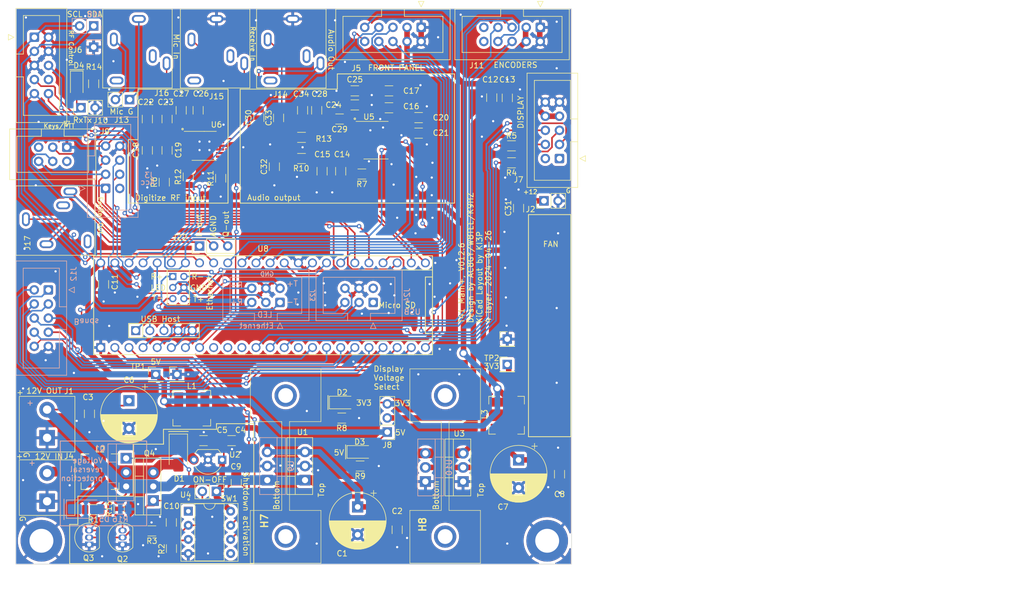
<source format=kicad_pcb>
(kicad_pcb (version 20240108) (generator "pcbnew") (generator_version "8.0")
  (layers (0 "F.Cu" signal) (1 "In1.Cu" signal) (2 "In2.Cu" signal) (31 "B.Cu" signal) (34 "B.Paste" user) (35 "F.Paste" user) (36 "B.SilkS" user "B.Silkscreen") (37 "F.SilkS" user "F.Silkscreen") (38 "B.Mask" user) (39 "F.Mask" user) (44 "Edge.Cuts" user))
  (net 0 "")
  (net 1 "Net-(U1-VO)")
  (net 2 "GND")
  (net 3 "+12V")
  (net 4 "Net-(U2-VO)")
  (net 5 "Net-(D1-K)")
  (net 6 "Net-(U4-XTAL1{slash}PB3)")
  (net 7 "+5V")
  (net 8 "Net-(J7-Pin_7)")
  (net 9 "+3V3")
  (net 10 "Net-(U5-LDOO)")
  (net 11 "Net-(U6-VREF)")
  (net 12 "Net-(U5-VNEG)")
  (net 13 "Net-(U5-CAPP)")
  (net 14 "Net-(U5-CAPM)")
  (net 15 "Net-(C30-Pad1)")
  (net 16 "Net-(C30-Pad2)")
  (net 17 "Net-(C33-Pad1)")
  (net 18 "Net-(C33-Pad2)")
  (net 19 "Net-(D1-A)")
  (net 20 "Net-(D2-K)")
  (net 21 "Net-(D3-K)")
  (net 22 "Net-(D4-K)")
  (net 23 "/RXTX")
  (net 24 "/SCL1")
  (net 25 "/INT1")
  (net 26 "/SDA1")
  (net 27 "/INT2")
  (net 28 "/Matrix")
  (net 29 "Net-(J5-Pin_10)")
  (net 30 "/Xmit Mode")
  (net 31 "/CW on{slash}off")
  (net 33 "/Cal")
  (net 36 "/SCLK")
  (net 37 "Net-(J7-Pin_4)")
  (net 38 "Net-(J7-Pin_5)")
  (net 39 "/C{slash}S")
  (net 41 "/PTT in")
  (net 42 "/Key2 in")
  (net 44 "/Key1 in")
  (net 45 "Net-(J11-Pin_5)")
  (net 46 "Net-(J11-Pin_6)")
  (net 47 "Net-(J11-Pin_7)")
  (net 48 "Net-(J11-Pin_8)")
  (net 51 "/BAND0 (80m)")
  (net 52 "/BAND1 (40m)")
  (net 53 "/BAND2 (20m)")
  (net 54 "/BAND3 (15m)")
  (net 55 "/SDA2")
  (net 56 "/FOR")
  (net 57 "/SCL2")
  (net 58 "/REF")
  (net 59 "+12P")
  (net 60 "/SCL")
  (net 61 "Net-(Q2-D)")
  (net 62 "Net-(Q3-G)")
  (net 63 "/MISO")
  (net 64 "/MOSI")
  (net 65 "/CLK")
  (net 66 "Net-(U6-SCKI)")
  (net 67 "Net-(U5-XSMT)")
  (net 68 "Net-(U5-OUTR)")
  (net 69 "/BCK")
  (net 70 "Net-(U6-BCK)")
  (net 71 "/LRCK")
  (net 72 "Net-(U6-LRCK)")
  (net 73 "Net-(U5-OUTL)")
  (net 76 "/BEGIN TEENSY SHUTDOWN")
  (net 77 "/TEENSY SHUTDOWN COMPLETE")
  (net 78 "/DAUDIO_OUT")
  (net 79 "/ADC_IN")
  (net 80 "Net-(U6-VIN_L)")
  (net 81 "Net-(U6-VIN_R)")
  (net 82 "/Tx")
  (net 83 "/Rx")
  (net 86 "/SDA")
  (net 87 "Net-(D5-A)")
  (net 88 "/A21")
  (net 89 "Net-(J13-Pin_1)")
  (net 90 "Net-(J13-Pin_2)")
  (net 91 "/A22")
  (net 93 "Net-(J22-Pin_3)")
  (net 94 "Net-(J22-Pin_2)")
  (net 95 "Net-(U10-VO)")
  (net 98 "Net-(J24-Pin_5)")
  (net 99 "/T-")
  (net 100 "/T+")
  (net 101 "/LED")
  (net 102 "/R+")
  (net 103 "/R-")
  (net 104 "/D-")
  (net 105 "/D+")
  (net 114 "Net-(J22-Pin_1)")
  (footprint "Connector_IDC:IDC-Header_2x05_P2.54mm_Vertical" (layer "F.Cu") (at 144.3736 53.34 -90)
    (property "Reference" "J11")
    (property "Value" "ENCODER")
  )
  (footprint "Capacitor_SMD:C_1206_3216Metric" (layer "F.Cu") (at 108.253 69.85 180)
    (property "Reference" "C29")
    (property "Value" "2.2uF 16V")
  )
  (footprint "Inductor_SMD:L_Bourns-SRN6028" (layer "F.Cu") (at 138.303 123.19 90)
    (property "Reference" "L3")
    (property "Value" "10uH 20%")
  )
  (footprint "T41_Library:EAT22038E" (layer "F.Cu") (at 127.254 145.034 90)
    (property "Reference" "H8")
    (property "Value" "EA-T220-38E" (hide yes))
  )
  (footprint "Resistor_SMD:R_1206_3216Metric" (layer "F.Cu") (at 139.192 74.676)
    (property "Reference" "R5")
    (property "Value" "220R")
  )
  (footprint "Resistor_SMD:R_1206_3216Metric" (layer "F.Cu") (at 78 147.2 -90)
    (property "Reference" "R2")
    (property "Value" "10K")
  )
  (footprint "Connector_IDC:IDC-Header_2x05_P2.54mm_Vertical" (layer "F.Cu") (at 53.34 55.118)
    (property "Reference" "J6")
    (property "Value" "RF CONTROL")
  )
  (footprint "Package_TO_SOT_THT:TO-92_Inline" (layer "F.Cu") (at 63.2 146.47 90)
    (property "Reference" "Q3")
    (property "Value" "2N7000")
  )
  (footprint "Connector_IDC:IDC-Header_2x05_P2.54mm_Vertical" (layer "F.Cu") (at 147.8185 76.962 180)
    (property "Reference" "J7")
    (property "Value" "Display")
  )
  (footprint "T41_Library:PinHeader_1x02_P5.08mm_Vertical" (layer "F.Cu") (at 55.626 127.254 180)
    (property "Reference" "J1")
    (property "Value" "+12V")
  )
  (footprint "MountingHole:MountingHole_4.3mm_M4_DIN965_Pad" (layer "F.Cu") (at 145.61 145.796)
    (property "Reference" "H6" (hide yes))
    (property "Value" "~")
  )
  (footprint "MountingHole:MountingHole_4.3mm_M4_DIN965_Pad" (layer "F.Cu") (at 54.61 145.796)
    (property "Reference" "H5" (hide yes))
    (property "Value" "~")
  )
  (footprint "Capacitor_SMD:C_1206_3216Metric" (layer "F.Cu") (at 88.822 127.762)
    (property "Reference" "C4")
    (property "Value" "10uF 16V")
  )
  (footprint "Capacitor_SMD:C_1206_3216Metric" (layer "F.Cu") (at 63.246 122.936 -90)
    (property "Reference" "C3")
    (property "Value" "0.1uF 50V")
  )
  (footprint "Package_SO:TSSOP-14_4.4x5mm_P0.65mm" (layer "F.Cu") (at 83.8885 74.676)
    (property "Reference" "U6")
    (property "Value" "PCM1808PW")
  )
  (footprint "Capacitor_SMD:C_1206_3216Metric" (layer "F.Cu") (at 117.143 64.77 180)
    (property "Reference" "C17")
    (property "Value" "10uF 16V")
  )
  (footprint "Capacitor_SMD:C_1206_3216Metric" (layer "F.Cu") (at 83.771 127.762)
    (property "Reference" "C5")
    (property "Value" "1uF 50V")
  )
  (footprint "Capacitor_SMD:C_1206_3216Metric" (layer "F.Cu") (at 104.14 68.277 90)
    (property "Reference" "C28")
    (property "Value" "2.2uF 16V")
  )
  (footprint "T41_Library:Jack_3.5mm_STX-3081_Horizontal" (layer "F.Cu") (at 51.816 87.884 -90)
    (property "Reference" "J17")
    (property "Value" "Ex_Out")
  )
  (footprint "Connector_PinHeader_2.54mm:PinHeader_1x01_P2.54mm_Vertical" (layer "F.Cu") (at 138.43 109.474)
    (property "Reference" "J20" (hide yes))
    (property "Value" "Conn_01x01")
  )
  (footprint "Connector_IDC:IDC-Header_2x05_P2.54mm_Vertical" (layer "F.Cu") (at 122.936 53.34 -90)
    (property "Reference" "J5")
    (property "Value" "Front Panel")
  )
  (footprint "T41_Library:PinHeader_1x02_P5.08mm_Vertical" (layer "F.Cu") (at 55.626 138.684 180)
    (property "Reference" "J4")
    (property "Value" "12-13.8V")
  )
  (footprint "T41_Library:Jack_3.5mm_STX-3081_Horizontal" (layer "F.Cu") (at 99.822 51.816 180)
    (property "Reference" "J14")
    (property "Value" "Rec_Out")
  )
  (footprint "Inductor_SMD:L_Bourns-SRN6028" (layer "F.Cu") (at 65.151 133.35 180)
    (property "Reference" "L2")
    (property "Value" "10uH 20%")
  )
  (footprint "T41_Library:EAT22038E" (layer "F.Cu") (at 98.552 145.036 90)
    (property "Reference" "H7")
    (property "Value" "EA-T220-38E" (hide yes))
  )
  (footprint "Capacitor_SMD:C_1206_3216Metric" (layer "F.Cu") (at 77.978 142.494 90)
    (property "Reference" "C10")
    (property "Value" "0.1uF 50V")
  )
  (footprint "Resistor_SMD:R_1206_3216Metric" (layer "F.Cu") (at 101.4075 73.152)
    (property "Reference" "R13")
    (property "Value" "470R")
  )
  (footprint "Connector_PinHeader_2.54mm:PinHeader_1x01_P2.54mm_Vertical" (layer "F.Cu") (at 78.994 115.824)
    (property "Reference" "J21" (hide yes))
    (property "Value" "Conn_01x01")
  )
  (footprint "T41_Library:Teensy41" (layer "F.Cu") (at 94.488 103.378)
    (property "Reference" "U8")
    (property "Value" "Teensy4.1")
  )
  (footprint "Resistor_SMD:R_1206_3216Metric" (layer "F.Cu") (at 81.026 80.264 90)
    (property "Reference" "R12")
    (property "Value" "100R")
  )
  (footprint "Capacitor_SMD:C_1206_3216Metric" (layer "F.Cu") (at 93.726 69.596 90)
    (property "Reference" "C30")
    (property "Value" "10uF 16V")
  )
  (footprint "Capacitor_SMD:C_1206_3216Metric" (layer "F.Cu") (at 110.998 64.77 180)
    (property "Reference" "C25")
    (property "Value" "10uF 16V")
  )
  (footprint "Capacitor_SMD:C_1206_3216Metric" (layer "F.Cu") (at 73.66 75.487 -90)
    (property "Reference" "C18")
    (property "Value" "10uF 16V")
  )
  (footprint "Capacitor_SMD:C_1206_3216Metric" (layer "F.Cu") (at 82.804 68.277 90)
    (property "Reference" "C26")
    (property "Value" "0.1uF 50V")
  )
  (footprint "Package_SO:TSSOP-20_4.4x6.5mm_P0.65mm" (layer "F.Cu") (at 114.808 73.66)
    (property "Reference" "U5")
    (property "Value" "PCM5102")
  )
  (footprint "Connector_IDC:IDC-Header_2x03_P2.54mm_Vertical" (layer "F.Cu") (at 59.182 74.93 -90)
    (property "Reference" "J9")
    (property "Value" "Keys/PTT")
  )
  (footprint "Connector_PinHeader_2.54mm:PinHeader_1x02_P2.54mm_Vertical" (layer "F.Cu") (at 61.722 67.818 90)
    (property "Reference" "J10")
    (property "Value" "Conn_01x02")
  )
  (footprint "Capacitor_SMD:C_1206_3216Metric" (layer "F.Cu") (at 89.662 135.431 90)
    (property "Reference" "C9")
    (property "Value" "0.1uF 50V")
  )
  (footprint "Resistor_SMD:R_1206_3216Metric" (layer "F.Cu") (at 64.008 63.5 90)
    (property "Reference" "R14")
    (property "Value" "1K")
  )
  (footprint "Resistor_SMD:R_1206_3216Metric" (layer "F.Cu") (at 112.268 79.756 180)
    (property "Reference" "R7")
    (property "Value" "2K2")
  )
  (footprint "Capacitor_SMD:C_1206_3216Metric" (layer "F.Cu") (at 101.6 68.277 90)
    (property "Reference" "C34")
    (property "Value" "2.2nF")
  )
  (footprint "Package_TO_SOT_THT:TO-220-3_Vertical" (layer "F.Cu") (at 102.037 134.876 90)
    (property "Reference" "U1")
    (property "Value" "LM7805CT")
  )
  (footprint "Resistor_SMD:R_1206_3216Metric" (layer "F.Cu") (at 76.708 81.2185 90)
    (property "Reference" "R6")
    (property "Value" "100R")
  )
  (footprint "Resistor_SMD:R_1206_3216Metric" (layer "F.Cu") (at 101.4075 76.962)
    (property "Reference" "R10")
    (property "Value" "470R")
  )
  (footprint "Resistor_SMD:R_1206_3216Metric" (layer "F.Cu") (at 68.6 140.0375 90)
    (property "Reference" "R15")
    (property "Value" "150R")
  )
  (footprint "Capacitor_SMD:C_1206_3216Metric" (layer "F.Cu") (at 105.108 79.248 -90)
    (property "Reference" "C15")
    (property "Value" "10uF 16V")
  )
  (footprint "Capacitor_SMD:C_1206_3216Metric" (layer "F.Cu") (at 65.786 99.617 -90)
    (property "Reference" "C11")
    (property "Value" "0.1uF 50V")
  )
  (footprint "Diode_SMD:D_SMA" (layer "F.Cu") (at 79.248 130.08 -90)
    (property "Reference" "D1")
    (property "Value" "1N4007")
  )
  (footprint "Package_TO_SOT_THT:TO-92_Inline" (layer "F.Cu") (at 69.2 146.47 90)
    (property "Reference" "Q2")
    (property "Value" "2N7000")
  )
  (footprint "Capacitor_SMD:C_1206_3216Metric" (layer "F.Cu") (at 147.828 133.809 -90)
    (property "Reference" "C8")
    (property "Value" "0.1uF 50V")
  )
  (footprint "Capacitor_SMD:C_1206_3216Metric" (layer "F.Cu") (at 140.462 85.901 90)
    (property "Reference" "C31")
    (property "Value" "0.1uF 50V")
  )
  (footprint "Inductor_SMD:L_Bourns-SRN6028" (layer "F.Cu") (at 81.664 121.92 180)
    (property "Reference" "L1")
    (property "Value" "10uH 20%")
  )
  (footprint "Capacitor_SMD:C_1206_3216Metric" (layer "F.Cu") (at 97.282 69.645 90)
    (property "Reference" "C33")
    (property "Value" "10uF 16V")
  )
  (footprint "Capacitor_SMD:C_1206_3216Metric" (layer "F.Cu") (at 122.477 72.39)
    (property "Reference" "C21")
    (property "Value" "10uF 16V")
  )
  (footprint "Connector_PinHeader_2.54mm:PinHeader_1x03_P2.54mm_Vertical" (layer "F.Cu") (at 83.058 92.71 90)
    (property "Reference" "J22")
    (property "Value" "Header")
  )
  (footprint "Connector_PinHeader_2.54mm:PinHeader_1x01_P2.54mm_Vertical" (layer "F.Cu") (at 75.184 115.824)
    (property "Reference" "TP1")
    (property "Value" "TestPoint")
  )
  (footprint "Connector_PinHeader_2.54mm:PinHeader_1x02_P2.54mm_Vertical" (layer "F.Cu") (at 86.106 136.906 -90)
    (property "Reference" "SW1")
    (property "Value" "ON-OFF BUTTON")
  )
  (footprint "Diode_SMD:D_1206_3216Metric" (layer "F.Cu") (at 108.712 120.904)
    (property "Reference" "D2")
    (property "Value" "LED")
  )
  (footprint "T41_Library:Jack_3.5mm_STX-3081_Horizontal" (layer "F.Cu") (at 86.106 51.816 180)
    (property "Reference" "J15")
    (property "Value" "Rec_In")
  )
  (footprint "Connector_PinHeader_2.54mm:PinHeader_1x01_P2.54mm_Vertical" (layer "F.Cu") (at 138.43 114.046)
    (property "Reference" "TP2")
    (property "Value" "TestPoint")
  )
  (footprint "T41_Library:Jack_3.5mm_STX-3081_Horizontal" (layer "F.Cu") (at 72.136 51.816 180)
    (property "Reference" "J16")
    (property "Value" "Mic_In")
  )
  (footprint "Diode_SMD:D_1206_3216Metric" (layer "F.Cu") (at 111.884 129.794)
    (property "Reference" "D3")
    (property "Value" "LED")
  )
  (footprint "Package_TO_SOT_THT:TO-220-3_Vertical" (layer "F.Cu") (at 74.732 138.557 90)
    (property "Reference" "Q4")
    (property "Value" "SUP90P06-09L")
  )
  (footprint "Capacitor_SMD:C_1206_3216Metric" (layer "F.Cu") (at 108.458 79.248 -90)
    (property "Reference" "C14")
    (property "Value" "0.1uF 50V")
  )
  (footprint "Diode_SMD:D_1206_3216Metric" (layer "F.Cu") (at 60.96 63.5 -90)
    (property "Reference" "D4")
    (property "Value" "LED")
  )
  (footprint "Capacitor_SMD:C_1206_3216Metric" (layer "F.Cu") (at 79.756 68.277 90)
    (property "Reference" "C27")
    (property "Value" "10uF 16V")
  )
  (footprint "Capacitor_SMD:C_1206_3216Metric" (layer "F.Cu") (at 110.998 67.31 180)
    (property "Reference" "C24")
    (property "Value" "0.1uF 50V")
  )
  (footprint "Capacitor_THT:CP_Radial_D10.0mm_P5.00mm" (layer "F.Cu") (at 140.462 131.236323 -90)
    (property "Reference" "C7")
    (property "Value" "470uF 25V")
  )
  (footprint "Resistor_SMD:R_1206_3216Metric" (layer "F.Cu") (at 86.868 80.518 90)
    (property "Reference" "R11")
    (property "Value" "100R")
  )
  (footprint "Connector_PinHeader_2.54mm:PinHeader_1x03_P2.54mm_Vertical" (layer "F.Cu") (at 116.84 126.223 180)
    (property "Reference" "J8")
    (property "Value" "Display Voltage")
  )
  (footprint "Resistor_SMD:R_1206_3216Metric" (layer "F.Cu") (at 74.4835 144.018 180)
    (property "Reference" "R3")
    (property "Value" "1K")
  )
  (footprint "Package_TO_SOT_THT:TO-92_Inline_Wide" (layer "F.Cu") (at 87.122 131.212 180)
    (property "Reference" "U2")
    (property "Value" "AP7384-50V")
  )
  (footprint "Capacitor_SMD:C_1206_3216Metric" (layer "F.Cu") (at 96.52 78.437 90)
    (property "Reference" "C32")
    (property "Value" "2.2nF")
  )
  (footprint "Package_DIP:DIP-8_W7.62mm_Socket" (layer "F.Cu") (at 81.036 140.472)
    (property "Reference" "U4")
    (property "Value" "ATtiny85-20S")
  )
  (footprint "Capacitor_SMD:C_1206_3216Metric" (layer "F.Cu") (at 122.477 69.596)
    (property "Reference" "C20")
    (property "Value" "0.1uF 50V")
  )
  (footprint "Capacitor_THT:CP_Radial_D10.0mm_P5.00mm" (layer "F.Cu") (at 70.358 120.568323 -90)
    (property "Reference" "C6")
    (property "Value" "470uF 25V")
  )
  (footprint "Resistor_SMD:R_1206_3216Metric" (layer "F.Cu") (at 111.9525 132.334 180)
    (property "Reference" "R9")
    (property "Value" "1K")
  )
  (footprint "Resistor_SMD:R_1206_3216Metric" (layer "F.Cu") (at 108.6505 123.698 180)
    (property "Reference" "R8")
    (property "Value" "1K")
  )
  (footprint "Capacitor_SMD:C_1206_3216Metric" (layer "F.Cu") (at 73.66 69.85 90)
    (property "Reference" "C22")
    (property "Value" "10uF 16V")
  )
  (footprint "Capacitor_SMD:C_1206_3216Metric" (layer "F.Cu") (at 138.43 66.04 90)
    (property "Reference" "C13")
    (property "Value" "0.1uF 50V")
  )
  (footprint "Resistor_SMD:R_1206_3216Metric" (layer "F.Cu") (at 139.192 77.724 180)
    (property "Reference" "R4")
    (property "Value" "220R")
  )
  (footprint "Package_TO_SOT_THT:TO-220-3_Vertical" (layer "F.Cu") (at 130.485 135.128 90)
    (property "Reference" "U3")
    (property "Value" "LM1117T-3.3")
  )
  (footprint "Resistor_SMD:R_1206_3216Metric" (layer "F.Cu") (at 63.9375 140.2 180)
    (property "Reference" "R1")
    (property "Value" "10K")
  )
  (footprint "Capacitor_SMD:C_1206_3216Metric" (layer "F.Cu") (at 77.216 75.487 -90)
    (property "Reference" "C19")
    (property "Value" "0.1uF 50V")
  )
  (footprint "Capacitor_SMD:C_1206_3216Metric" (layer "F.Cu") (at 77.216 69.85 90)
    (property "Reference" "C23")
    (property "Value" "0.1uF 50V")
  )
  (footprint "Connector_PinHeader_2.54mm:PinHeader_1x02_P2.54mm_Vertical" (layer "F.Cu") (at 70.4646 66.3448 -90)
    (property "Reference" "J13")
    (property "Value" "Header")
  )
  (footprint "Capacitor_SMD:C_1206_3216Metric" (layer "F.Cu") (at 135.636 65.991 90)
    (property "Reference" "C12")
    (property "Value" "10uF 16V")
  )
  (footprint "Capacitor_SMD:C_1206_3216Metric" (layer "F.Cu") (at 118.618 143.813 -90)
    (property "Reference" "C2")
    (property "Value" "0.1uF 50V")
  )
  (footprint "Capacitor_THT:CP_Radial_D10.0mm_P5.00mm" (layer "F.Cu") (at 111.506 139.7 -90)
    (property "Reference" "C1")
    (property "Value" "470uF 25V")
  )
  (footprint "Capacitor_SMD:C_1206_3216Metric" (layer "F.Cu") (at 117.143 67.818 180)
    (property "Reference" "C16")
    (property "Value" "0.1uF 50V")
  )
  (footprint "Connector_PinHeader_2.54mm:PinHeader_1x02_P2.54mm_Vertical" (layer "F.Cu") (at 145.029 84.582 90)
    (property "Reference" "J2")
    (property "Value" "Fan1")
  )
  (footprint "Connector_IDC:IDC-Header_2x03_P2.54mm_Vertical" (layer "B.Cu") (at 114.3 102.87 90)
    (property "Reference" "J24")
    (property "Value" "USBHost")
  )
  (footprint "Connector_PinHeader_2.54mm:PinHeader_1x01_P2.54mm_Vertical" (layer "B.Cu") (at 64.008 56.896)
    (property "Reference" "J19" (hide yes))
    (property "Value" "Conn_01x01")
  )
  (footprint "Diode_SMD:D_SMA" (layer "B.Cu") (at 62.6 140.1)
    (property "Reference" "D5")
    (property "Value" "10V")
  )
  (footprint "Package_TO_SOT_THT:TO-220-3_Vertical" (layer "B.Cu") (at 123.698 135.128 90)
    (property "Reference" "U10")
    (property "Value" "LM1117T-3.3")
  )
  (footprint "Connector_IDC:IDC-Header_2x03_P2.54mm_Vertical" (layer "B.Cu") (at 97.536 102.87 90)
    (property "Reference" "J23")
    (property "Value" "Ethernet")
  )
  (footprint "Connector_PinHeader_2.54mm:PinHeader_1x02_P2.54mm_Vertical" (layer "B.Cu") (at 64.013 53.086 90)
    (property "Reference" "J18")
    (property "Value" "Conn_01x02")
  )
  (footprint "Package_TO_SOT_THT:TO-220-3_Vertical" (layer "B.Cu") (at 69.85 130.937 -90)
    (property "Reference" "Q1")
    (property "Value" "SUP90P06-09L")
  )
  (footprint "Connector_IDC:IDC-Header_2x05_P2.54mm_Vertical" (layer "B.Cu") (at 55.8525 100.62 180)
    (property "Reference" "J12")
    (property "Value" "BANDS")
  )
  (footprint "Resistor_SMD:R_1206_3216Metric" (layer "B.Cu") (at 68.8 140.1)
    (property "Reference" "R16")
    (property "Value" "100k")
  )
  (footprint "Connector_IDC:IDC-Header_2x04_P2.54mm_Vertical" (layer "B.Cu") (at 66.16 82.34)
    (property "Reference" "J3")
    (property "Value" "Acc")
  )
  (footprint "Package_TO_SOT_THT:TO-220-3_Vertical" (layer "B.Cu") (at 95.25 134.876 90)
    (property "Reference" "U9")
    (property "Value" "LM7805CT")
  )
  (gr_rect (start 58 127.8322) (end 73.543 143.1) (stroke (width 0.15)) (fill none) (layer "B.SilkS"))
  (gr_line (start 58.674 138.303) (end 58.674 141.986) (stroke (width 0.15)) (layer "B.SilkS"))
  (gr_line (start 128.9304 61.722) (end 128.9304 84.9884) (stroke (width 0.15)) (layer "F.SilkS"))
  (gr_rect (start 142.24 87.061) (end 149.86 127.061) (stroke (width 0.15)) (fill none) (layer "F.SilkS"))
  (gr_line (start 88.1888 64.4652) (end 71.9836 64.4652) (stroke (width 0.15)) (layer "F.SilkS"))
  (gr_line (start 92.8116 124.714) (end 86.106 124.714) (stroke (width 0.15)) (layer "F.SilkS"))
  (gr_line (start 71.12 128.397) (end 71.12 137.7696) (stroke (width 0.15)) (layer "F.SilkS"))
  (gr_line (start 76.581 128.397) (end 71.12 128.397) (stroke (width 0.15)) (layer "F.SilkS"))
  (gr_circle (center 81.1 138.358579) (end 81.2 138.458579) (stroke (width 0.15)) (fill none) (layer "F.SilkS"))
  (gr_line (start 107.8484 61.722) (end 128.9304 61.722) (stroke (width 0.15)) (layer "F.SilkS"))
  (gr_line (start 109.347 128.524) (end 109.347 131.064) (stroke (width 0.15)) (layer "F.SilkS"))
  (gr_line (start 88.1888 84.9884) (end 88.1888 64.4652) (stroke (width 0.15)) (layer "F.SilkS"))
  (gr_line (start 76.5556 125.73) (end 76.581 128.397) (stroke (width 0.15)) (layer "F.SilkS"))
  (gr_line (start 128.9304 84.9884) (end 90.3732 84.9884) (stroke (width 0.15)) (layer "F.SilkS"))
  (gr_line (start 59.69 142.8496) (end 59.69 149.9108) (stroke (width 0.15)) (layer "F.SilkS"))
  (gr_line (start 86.106 125.73) (end 76.5556 125.73) (stroke (width 0.15)) (layer "F.SilkS"))
  (gr_line (start 92.8116 149.9108) (end 92.8116 124.714) (stroke (width 0.15)) (layer "F.SilkS"))
  (gr_circle (center 111 69.8) (end 111.1 69.9) (stroke (width 0.15)) (fill none) (layer "F.SilkS"))
  (gr_circle (center 80 71.658579) (end 80.1 71.758579) (stroke (width 0.15)) (fill none) (layer "F.SilkS"))
  (gr_line (start 86.106 124.714) (end 86.106 125.73) (stroke (width 0.15)) (layer "F.SilkS"))
  (gr_line (start 71.12 137.7696) (end 61.1632 137.7696) (stroke (width 0.15)) (layer "F.SilkS"))
  (gr_line (start 61.1632 137.7696) (end 61.1632 142.8496) (stroke (width 0.15)) (layer "F.SilkS"))
  (gr_line (start 59.69 60.96) (end 62.23 60.96) (stroke (width 0.15)) (layer "F.SilkS"))
  (gr_line (start 70.2564 73.5584) (end 70.2564 84.9884) (stroke (width 0.15)) (layer "F.SilkS"))
  (gr_line (start 90.3732 64.4652) (end 107.8484 64.4652) (stroke (width 0.15)) (layer "F.SilkS"))
  (gr_line (start 71.9836 64.4652) (end 71.9836 73.5584) (stroke (width 0.15)) (layer "F.SilkS"))
  (gr_line (start 61.1632 142.8496) (end 59.69 142.8496) (stroke (width 0.15)) (layer "F.SilkS"))
  (gr_line (start 59.69 149.9108) (end 92.8116 149.9108) (stroke (width 0.15)) (layer "F.SilkS"))
  (gr_line (start 107.8484 64.4652) (end 107.8484 61.722) (stroke (width 0.15)) (layer "F.SilkS"))
  (gr_line (start 106.172 119.634) (end 106.172 122.174) (stroke (width 0.15)) (layer "F.SilkS"))
  (gr_line (start 77.47 126.111) (end 81.026 126.111) (stroke (width 0.15)) (layer "F.SilkS"))
  (gr_line (start 71.9836 73.5584) (end 70.2564 73.5584) (stroke (width 0.15)) (layer "F.SilkS"))
  (gr_line (start 90.3732 84.9884) (end 90.3732 64.4652) (stroke (width 0.15)) (layer "F.SilkS"))
  (gr_line (start 70.2564 84.9884) (end 88.1888 84.9884) (stroke (width 0.15)) (layer "F.SilkS"))
  (gr_rect (start 50 50) (end 150 150) (stroke (width 0.1)) (fill none) (layer "Edge.Cuts"))
  (gr_text "T-" (at 100.838 103.378 0) (layer "B.SilkS") (effects (font (size 1 1)) (justify left bottom mirror)))
  (gr_text "R-" (at 90.932 100.33 0) (layer "B.SilkS") (effects (font (size 1 1)) (justify left bottom mirror)))
  (gr_text "GND" (at 96.52 98.2472 0) (layer "B.SilkS") (effects (font (size 0.8 0.8)) (justify left bottom mirror)))
  (gr_text "+" (at 53.6448 132.334 0) (layer "B.SilkS") (effects (font (size 1 1)) (justify left bottom mirror)))
  (gr_text "Ethernet" (at 96.52 107.6452 0) (layer "B.SilkS") (effects (font (size 1 1)) (justify left bottom mirror)))
  (gr_text "LED" (at 96.266 105.664 0) (layer "B.SilkS") (effects (font (size 1 1)) (justify left bottom mirror)))
  (gr_text "Acc" (at 75.0824 81.788 0) (layer "B.SilkS") (effects (font (size 1 1)) (justify left bottom mirror)))
  (gr_text "Bands" (at 60.3504 105.7148 180) (layer "B.SilkS") (effects (font (size 1 1)) (justify left bottom mirror)))
  (gr_text "T+" (at 100.838 100.076 0) (layer "B.SilkS") (effects (font (size 1 1)) (justify left bottom mirror)))
  (gr_text "+" (at 53.2892 121.5136 0) (layer "B.SilkS") (effects (font (size 1 1)) (justify left bottom mirror)))
  (gr_text "USB" (at 122.936 105.156 0) (layer "B.SilkS") (effects (font (size 1 1)) (justify left bottom mirror)))
  (gr_text "R+" (at 90.932 103.378 0) (layer "B.SilkS") (effects (font (size 1 1)) (justify left bottom mirror)))
  (gr_text "Voltage \nreversal\nprotection" (at 65.786 135.128 0) (layer "B.SilkS") (effects (font (size 1 1)) (justify left bottom mirror)))
  (gr_text "DISPLAY" (at 141.4272 71.6788 90) (layer "F.SilkS") (effects (font (size 1 1)) (justify left bottom)))
  (gr_text "RxTx" (at 60.198 70.612 0) (layer "F.SilkS") (effects (font (size 1 1)) (justify left bottom)))
  (gr_text "FAN" (at 144.78 92.964 0) (layer "F.SilkS") (effects (font (size 1 1)) (justify left bottom)))
  (gr_text "5V" (at 118.17 126.888 0) (layer "F.SilkS") (effects (font (size 1 1)) (justify left bottom)))
  (gr_text "Q-out" (at 88.392 91.186 90) (layer "F.SilkS") (effects (font (size 1 1)) (justify left bottom)))
  (gr_text "12V IN" (at 53.34 131.191 0) (layer "F.SilkS") (effects (font (size 1 1)) (justify left bottom)))
  (gr_text "R-" (at 81.534 98.806 0) (layer "F.SilkS") (effects (font (size 1 1)) (justify left bottom)))
  (gr_text "I-out" (at 83.566 91.186 90) (layer "F.SilkS") (effects (font (size 1 1)) (justify left bottom)))
  (gr_text "Shutdown activation" (at 90.85 133.3 -90) (layer "F.SilkS") (effects (font (size 1 1)) (justify left bottom)))
  (gr_text "Display\nVoltage\nSelect" (at 114.3 118.65 0) (layer "F.SilkS") (effects (font (size 1 1)) (justify left bottom)))
  (gr_text "T41 Main+, V012.6\nDesign by AC8GY/W8TEE/K9HZ\nKiCad Layout by KI3P\n4 layer, 2024-04-26\n" (at 135.636 106.68 90) (layer "F.SilkS") (effects (font (size 1 1)) (justify left bottom)))
  (gr_text "RF Control" (at 59.4868 53.7464 -90) (layer "F.SilkS") (effects (font (size 0.8 0.8)) (justify left bottom)))
  (gr_text "G" (at 51.308 129.75 270) (layer "F.SilkS") (effects (font (size 1 1)) (justify left bottom)))
  (gr_text "Audio Out" (at 106.172 53.594 -90) (layer "F.SilkS") (effects (font (size 1 1)) (justify left bottom)))
  (gr_text "3V3" (at 118.1 121.625 0) (layer "F.SilkS") (effects (font (size 1 1)) (justify left bottom)))
  (gr_text "Audio output" (at 91.5416 84.582 0) (layer "F.SilkS") (effects (font (size 1 1)) (justify left bottom)))
  (gr_text "Receive In" (at 92.202 53.086 270) (layer "F.SilkS") (effects (font (size 0.8 0.8)) (justify left bottom)))
  (gr_text "G" (at 50.626 141.224 270) (layer "F.SilkS") (effects (font (size 1 1)) (justify left bottom)))
  (gr_text "12V OUT" (at 51.816 119.38 0) (layer "F.SilkS") (effects (font (size 1 1)) (justify left bottom)))
  (gr_text "AGND" (at 86.106 91.186 90) (layer "F.SilkS") (effects (font (size 1 1)) (justify left bottom)))
  (gr_text "T-" (at 74.422 102.616 0) (layer "F.SilkS") (effects (font (size 1 1)) (justify left bottom)))
  (gr_text "G" (at 148.899 83.252 0) (layer "F.SilkS") (effects (font (size 0.8 0.8)) (justify left bottom)))
  (gr_text "R+" (at 74.168 98.806 0) (layer "F.SilkS") (effects (font (size 1 1)) (justify left bottom)))
  (gr_text "GND" (at 81.28 100.838 0) (layer "F.SilkS") (effects (font (size 1 1)) (justify left bottom)))
  (gr_text "+12" (at 141.224 83.439 0) (layer "F.SilkS") (effects (font (size 0.8 0.8)) (justify left bottom)))
  (gr_text "Digitize RF input" (at 71.374 84.6328 0) (layer "F.SilkS") (effects (font (size 1 1)) (justify left bottom)))
  (gr_text "3V3" (at 111.15 121.55 0) (layer "F.SilkS") (effects (font (size 1 1)) (justify left bottom)))
  (gr_text "3V3" (at 134.112 114.935 0) (layer "F.SilkS") (effects (font (size 1 1)) (justify left bottom)))
  (gr_text "Keys/PTT" (at 54.9148 71.5772 0) (layer "F.SilkS") (effects (font (size 0.8 0.8)) (justify left bottom)))
  (gr_text "Exciter Out" (at 64.77 83.7184 270) (layer "F.SilkS") (effects (font (size 0.8 0.8)) (justify left bottom)))
  (gr_text "T+" (at 81.788 102.87 0) (layer "F.SilkS") (effects (font (size 1 1)) (justify left bottom)))
  (gr_text "5V" (at 74.168 114.173 0) (layer "F.SilkS") (effects (font (size 1 1)) (justify left bottom)))
  (gr_text "Bottom\n\n\n\n\n   Top" (at 134.239 140.334 90) (layer "F.SilkS") (effects (font (size 1 1)) (justify left bottom)))
  (gr_text "+" (at 50.25 118.425 270) (layer "F.SilkS") (effects (font (size 1 1)) (justify left bottom)))
  (gr_text "+" (at 50.165 129.921 270) (layer "F.SilkS") (effects (font (size 1 1)) (justify left bottom)))
  (gr_text "5V" (at 107.15 130.5 0) (layer "F.SilkS") (effects (font (size 1 1)) (justify left bottom)))
  (gr_text "LED" (at 74.168 100.838 0) (layer "F.SilkS") (effects (font (size 1 1)) (justify left bottom)))
  (gr_text "ON-OFF" (at 81.788 135.382 0) (layer "F.SilkS") (effects (font (size 1 1)) (justify left bottom)))
  (gr_text "FRONT PANEL" (at 113.284 61.214 0) (layer "F.SilkS") (effects (font (size 1 1)) (justify left bottom)))
  (gr_text "Bottom\n\n\n\n\n   Top" (at 105.537 140.335 90) (layer "F.SilkS") (effects (font (size 1 1)) (justify left bottom)))
  (gr_text "Mic G" (at 66.802 69.088 0) (layer "F.SilkS") (effects (font (size 1 1)) (justify left bottom)))
  (gr_text "SCL SDA" (at 59.1312 51.562 0) (layer "F.SilkS") (effects (font (size 1 1)) (justify left bottom)))
  (gr_text "ENCODERS" (at 135.89 60.706 0) (layer "F.SilkS") (effects (font (size 1 1)) (justify left bottom)))
  (gr_text "Mic In" (at 78.2828 54.4068 -90) (layer "F.SilkS") (effects (font (size 1 1)) (justify left bottom)))
  (segment (start 111.506 139.7) (end 116.234 139.7) (width 1) (layer "F.Cu") (net 1))
  (segment (start 95.25 127.508) (end 93.218 125.476) (width 1) (layer "F.Cu") (net 1))
  (segment (start 95.25 127.508) (end 95.25 129.796) (width 1) (layer "F.Cu") (net 1))
  (segment (start 86.36 125.476) (end 84.024 123.14) (width 1) (layer "F.Cu") (net 1))
  (segment (start 116.234 139.7) (end 118.872 142.338) (width 1) (layer "F.Cu") (net 1))
  (segment (start 93.218 125.476) (end 86.36 125.476) (width 1) (layer "F.Cu") (net 1))
  (segment (start 84.024 123.14) (end 84.024 121.92) (width 1) (layer "F.Cu") (net 1))
  (segment (start 111.506 139.7) (end 111.506 136.652) (width 1) (layer "B.Cu") (net 1))
  (segment (start 102.037 129.796) (end 95.25 129.796) (width 1) (layer "B.Cu") (net 1))
  (segment (start 104.65 129.796) (end 102.037 129.796) (width 1) (layer "B.Cu") (net 1))
  (segment (start 111.506 136.652) (end 104.65 129.796) (width 1) (layer "B.Cu") (net 1))
  (segment (start 113.792 71.882) (end 113.792 72.035) (width 0.293) (layer "F.Cu") (net 2))
  (segment (start 114.147 72.035) (end 113.792 72.035) (width 0.293) (layer "F.Cu") (net 2))
  (segment (start 114.797 71.385) (end 114.147 72.035) (width 0.293) (layer "F.Cu") (net 2))
  (segment (start 81.026 73.376) (end 82.52 73.376) (width 0.293) (layer "F.Cu") (net 2))
  (segment (start 117.6705 73.335) (end 118.8045 73.335) (width 0.293) (layer "F.Cu") (net 2))
  (segment (start 122.936 55.88) (end 122.936 53.34) (width 1) (layer "F.Cu") (net 2))
  (segment (start 82.52 73.376) (end 83.058 73.914) (width 0.293) (layer "F.Cu") (net 2))
  (segment (start 117.6705 75.935) (end 118.48 75.935) (width 0.293) (layer "F.Cu") (net 2))
  (segment (start 119.126 76.581) (end 119.126 77.343) (width 0.293) (layer "F.Cu") (net 2))
  (segment (start 116.078 71.374) (end 116.067 71.385) (width 0.293) (layer "F.Cu") (net 2))
  (segment (start 112.682999 75.935) (end 113.792 74.825999) (width 0.293) (layer "F.Cu") (net 2))
  (segment (start 117.6705 71.385) (end 116.089 71.385) (width 0.293) (layer "F.Cu") (net 2))
  (segment (start 86.751 74.026) (end 84.948 74.026) (width 0.293) (layer "F.Cu") (net 2))
  (segment (start 111.9455 75.935) (end 112.682999 75.935) (width 0.293) (layer "F.Cu") (net 2))
  (segment (start 116.067 71.385) (end 114.797 71.385) (width 0.293) (layer "F.Cu") (net 2))
  (segment (start 144.272 53.34) (end 144.272 55.88) (width 1) (layer "F.Cu") (net 2))
  (segment (start 81.026 75.326) (end 82.946 75.326) (width 0.293) (layer "F.Cu") (net 2))
  (segment (start 119.126 77.343) (end 118.491 77.978) (width 0.293) (layer "F.Cu") (net 2))
  (segment (start 84.948 74.026) (end 84.836 73.914) (width 0.293) (layer "F.Cu") (net 2))
  (segment (start 118.48 75.935) (end 119.126 76.581) (width 0.293) (layer "F.Cu") (net 2))
  (segment (start 118.8045 73.335) (end 119.38 72.7595) (width 0.293) (layer "F.Cu") (net 2))
  (segment (start 116.089 71.385) (end 116.078 71.374) (width 0.293) (layer "F.Cu") (net 2))
  (segment (start 113.792 74.825999) (end 113.792 71.882) (width 0.293) (layer "F.Cu") (net 2))
  (segment (start 84.948 75.326) (end 84.836 75.438) (width 0.293) (layer "F.Cu") (net 2))
  (segment (start 86.751 75.326) (end 84.948 75.326) (width 0.293) (layer "F.Cu") (net 2))
  (segment (start 118.491 77.978) (end 117.602 77.978) (width 0.293) (layer "F.Cu") (net 2))
  (segment (start 82.946 75.326) (end 83.058 75.438) (width 0.293) (layer "F.Cu") (net 2))
  (segment (start 113.792 72.035) (end 111.9455 72.035) (width 0.293) (layer "F.Cu") (net 2))
  (via (at 116.078 71.374) (size 0.8) (drill 0.4) (layers "F.Cu" "B.Cu") (net 2))
  (via (at 138.049 80.391) (size 0.8) (drill 0.4) (layers "F.Cu" "B.Cu") (net 2))
  (via (at 137.922 90.17) (size 0.8) (drill 0.4) (layers "F.Cu" "B.Cu") (net 2))
  (via (at 60.452 115.57) (size 0.8) (drill 0.4) (layers "F.Cu" "B.Cu") (net 2))
  (via (at 59.69 135.8) (size 0.8) (drill 0.4) (layers "F.Cu" "B.Cu") (net 2))
  (via (at 122.047 83.566) (size 0.8) (drill 0.4) (layers "F.Cu" "B.Cu") (net 2))
  (via (at 65.8 102.7) (size 0.8) (drill 0.4) (layers "F.Cu" "B.Cu") (net 2))
  (via (at 147.32 60.706) (size 0.8) (drill 0.4) (layers "F.Cu" "B.Cu") (net 2))
  (via (at 96.52 81.788) (size 0.8) (drill 0.4) (layers "F.Cu" "B.Cu") (net 2))
  (via (at 71.882 101.854) (size 0.8) (drill 0.4) (layers "F.Cu" "B.Cu") (net 2))
  (via (at 88.9 129.286) (size 0.8) (drill 0.4) (layers "F.Cu" "B.Cu") (net 2))
  (via (at 128.143 99.441) (size 0.8) (drill 0.4) (layers "F.Cu" "B.Cu") (net 2))
  (via (at 138.303 107.061) (size 0.8) (drill 0.4) (layers "F.Cu" "B.Cu") (net 2))
  (via (at 117.094 104.775) (size 0.8) (drill 0.4) (layers "F.Cu" "B.Cu") (net 2))
  (via (at 140.716 64.516) (size 0.8) (drill 0.4) (layers "F.Cu" "B.Cu") (net 2))
  (via (at 101.6 74.93) (size 0.8) (drill 0.4) (layers "F.Cu" "B.Cu") (net 2))
  (via (at 66.294 69.85) (size 0.8) (drill 0.4) (layers "F.Cu" "B.Cu") (net 2))
  (via (at 63.246 126.238) (size 0.8) (drill 0.4) (layers "F.Cu" "B.Cu") (net 2))
  (via (at 138.43 62.738) (size 0.8) (drill 0.4) (layers "F.Cu" "B.Cu") (net 2))
  (via (at 130.048 51.054) (size 0.8) (drill 0.4) (layers "F.Cu" "B.Cu") (net 2))
  (via (at 66.8 107.1) (size 0.8) (drill 0.4) (layers "F.Cu" "B.Cu") (net 2))
  (via (at 51.816 51.562) (size 0.8) (drill 0.4) (layers "F.Cu" "B.Cu") (net 2))
  (via (at 111.76 123.698) (size 0.8) (drill 0.4) (layers "F.Cu" "B.Cu") (net 2))
  (via (at 84.582 148.082) (size 0.8) (drill 0.4) (layers "F.Cu" "B.Cu") (net 2))
  (via (at 122.428 115.824) (size 0.8) (drill 0.4) (layers "F.Cu" "B.Cu") (net 2))
  (via (at 51.562 93.218) (size 0.8) (drill 0.4) (layers "F.Cu" "B.Cu") (net 2))
  (via (at 79.756 65.024) (size 0.8) (drill 0.4) (layers "F.Cu" "B.Cu") (net 2))
  (via (at 60.96 124.206) (size 0.8) (drill 0.4) (layers "F.Cu" "B.Cu") (net 2))
  (via (at 95.758 74.422) (size 0.8) (drill 0.4) (layers "F.Cu" "B.Cu") (net 2))
  (via (at 106.934 83.058) (size 0.8) (drill 0.4) (layers "F.Cu" "B.Cu") (net 2))
  (via (at 67.818 101.092) (size 0.8) (drill 0.4) (layers "F.Cu" "B.Cu") (net 2))
  (via (at 118.11 101.6) (size 0.8) (drill 0.4) (layers "F.Cu" "B.Cu") (net 2))
  (via (at 79.248 51.562) (size 0.8) (drill 0.4) (layers "F.Cu" "B.Cu") (net 2))
  (via (at 100.838 101.092) (size 0.8) (drill 0.4) (layers "F.Cu" "B.Cu") (net 2))
  (via (at 122.047 80.264) (size 0.8) (drill 0.4) (layers "F.Cu" "B.Cu") (net 2))
  (via (at 129.794 115.824) (size 0.8) (drill 0.4) (layers "F.Cu" "B.Cu") (net 2))
  (via (at 83.058 73.914) (size 0.8) (drill 0.4) (layers "F.Cu" "B.Cu") (net 2))
  (via (at 147.574 90.424) (size 0.8) (drill 0.4) (layers "F.Cu" "B.Cu") (net 2))
  (via (at 105.41 99.441) (size 0.8) (drill 0.4) (layers "F.Cu" "B.Cu") (net 2))
  (via (at 81.026 115.824) (size 0.8) (drill 0.4) (layers "F.Cu" "B.Cu") (net 2))
  (via (at 122.047 87.122) (size 0.8) (drill 0.4) (layers "F.Cu" "B.Cu") (net 2))
  (via (at 105.664 101.092) (size 0.8) (drill 0.4) (layers "F.Cu" "B.Cu") (net 2))
  (via (at 126.238 111.252) (size 0.8) (drill 0.4) (layers "F.Cu" "B.Cu") (net 2))
  (via (at 65.532 148.59) (size 0.8) (drill 0.4) (layers "F.Cu" "B.Cu") (net 2))
  (via (at 114.046 65.532) (size 0.8) (drill 0.4) (layers "F.Cu" "B.Cu") (net 2))
  (via (at 138.049 96.647) (size 0.8) (drill 0.4) (layers "F.Cu" "B.Cu") (net 2))
  (via (at 107.696 67.31) (size 0.8) (drill 0.4) (layers "F.Cu" "B.Cu") (net 2))
  (via (at 117.602 77.978) (size 0.8) (drill 0.4) (layers "F.Cu" "B.Cu") (net 2))
  (via (at 54.102 70.358) (size 0.8) (drill 0.4) (layers "F.Cu" "B.Cu") (net 2))
  (via (at 73.66 82.169) (size 0.8) (drill 0.4) (layers "F.Cu" "B.Cu") (net 2))
  (via (at 90.932 74.93) (size 0.8) (drill 0.4) (layers "F.Cu" "B.Cu") (net 2))
  (via (at 90.424 129.794) (size 0.8) (drill 0.4) (layers "F.Cu" "B.Cu") (net 2))
  (via (at 145.796 136.144) (size 0.8) (drill 0.4) (layers "F.Cu" "B.Cu") (net 2))
  (via (at 115.316 132.334) (size 0.8) (drill 0.4) (layers "F.Cu" "B.Cu") (net 2))
  (via (at 110.744 113.538) (size 0.8) (drill 0.4) (layers "F.Cu" "B.Cu") (net 2))
  (via (at 125.984 55.118) (size 0.8) (drill 0.4) (layers "F.Cu" "B.Cu") (net 2))
  (via (at 135.89 70.231) (size 0.8) (drill 0.4) (layers "F.Cu" "B.Cu") (net 2))
  (via (at 124.46 99.568) (size 0.8) (drill 0.4) (layers "F.Cu" "B.Cu") (net 2))
  (via (at 123.952 74.422) (size 0.8) (drill 0.4) (layers "F.Cu" "B.Cu") (net 2))
  (via (at 138.176 84.328) (size 0.8) (drill 0.4) (layers "F.Cu" "B.Cu") (net 2))
  (via (at 99.75 132.3) (size 0.8) (drill 0.4) (layers "F.Cu" "B.Cu") (net 2))
  (via (at 59.182 59.182) (size 0.8) (drill 0.4) (layers "F.Cu" "B.Cu") (net 2))
  (via (at 84.836 75.438) (size 0.8) (drill 0.4) (layers "F.Cu" "B.Cu") (net 2))
  (via (at 104.14 65.024) (size 0.8) (drill 0.4) (layers "F.Cu" "B.Cu") (net 2))
  (via (at 97.6 132.25) (size 0.8) (drill 0.4) (layers "F.Cu" "B.Cu") (net 2))
  (via (at 93.218 52.07) (size 0.8) (drill 0.4) (layers "F.Cu" "B.Cu") (net 2))
  (via (at 67.564 59.436) (size 0.8) (drill 0.4) (layers "F.Cu" "B.Cu") (net 2))
  (via (at 121.285 104.648) (size 0.8) (drill 0.4) (layers "F.Cu" "B.Cu") (net 2))
  (via (at 104.14 146.304) (size 0.8) (drill 0.4) (layers "F.Cu" "B.Cu") (net 2))
  (via (at 101.6 65.024) (size 0.8) (drill 0.4) (layers "F.Cu" "B.Cu") (net 2))
  (via (at 112.268 104.902) (size 0.8) (drill 0.4) (layers "F.Cu" "B.Cu") (net 2))
  (via (at 86.868 83.82) (size 0.8) (drill 0.4) (layers "F.Cu" "B.Cu") (net 2))
  (via (at 72.9 146.6) (size 0.8) (drill 0.4) (layers "F.Cu" "B.Cu") (net 2))
  (via (at 147.32 52.324) (size 0.8) (drill 0.4) (layers "F.Cu" "B.Cu") (net 2))
  (via (at 125.476 95.758) (size 0.8) (drill 0.4) (layers "F.Cu" "B.Cu") (net 2))
  (via (at 133.858 73.025) (size 0.8) (drill 0.4) (layers "F.Cu" "B.Cu") (net 2))
  (via (at 75.946 141.478) (size 0.8) (drill 0.4) (layers "F.Cu" "B.Cu") (net 2))
  (via (at 95.885 65.532) (size 0.8) (drill 0.4) (layers "F.Cu" "B.Cu") (net 2))
  (via (at 119.38 72.7595) (size 0.8) (drill 0.4) (layers "F.Cu" "B.Cu") (net 2))
  (via (at 74.422 142.494) (size 0.8) (drill 0.4) (layers "F.Cu" "B.Cu") (net 2))
  (via (at 100.711 103.251) (size 0.8) (drill 0.4) (layers "F.Cu" "B.Cu") (net 2))
  (via (at 87.376 62.992) (size 0.8) (drill 0.4) (layers "F.Cu" "B.Cu") (net 2))
  (via (at 124.968 87.63) (size 0.8) (drill 0.4) (layers "F.Cu" "B.Cu") (net 2))
  (via (at 115.57 69.85) (size 0.8) (drill 0.4) (layers "F.Cu" "B.Cu") (net 2))
  (via (at 147.32 117.348) (size 0.8) (drill 0.4) (layers "F.Cu" "B.Cu") (net 2))
  (via (at 75.692 148.59) (size 0.8) (drill 0.4) (layers "F.Cu" "B.Cu") (net 2))
  (via (at 124.968 77.724) (size 0.8) (drill 0.4) (layers "F.Cu" "B.Cu") (net 2))
  (via (at 83.82 126.238) (size 0.8) (drill 0.4) (layers "F.Cu" "B.Cu") (net 2))
  (via (at 113.792 71.882) (size 0.8) (drill 0.4) (layers "F.Cu" "B.Cu") (net 2))
  (via (at 107.696 64.77) (size 0.8) (drill 0.4) (layers "F.Cu" "B.Cu") (net 2))
  (via (at 147.32 103.886) (size 0.8) (drill 0.4) (layers "F.Cu" "B.Cu") (net 2))
  (via (at 75.184 129.286) (size 0.8) (drill 0.4) (layers "F.Cu" "B.Cu") (net 2))
  (via (at 117.983 81.661) (size 0.8) (drill 0.4) (layers "F.Cu" "B.Cu") (net 2))
  (via (at 133.858 65.786) (size 0.8) (drill 0.4) (layers "F.Cu" "B.Cu") (net 2))
  (via (at 104.14 83.058) (size 0.8) (drill 0.4) (layers "F.Cu" "B.Cu") (net 2))
  (via (at 125.349 101.854) (size 0.8) (drill 0.4) (layers "F.Cu" "B.Cu") (net 2))
  (via (at 77.216 66.802) (size 0.8) (drill 0.4) (layers "F.Cu" "B.Cu") (net 2))
  (via (at 118.618 87.63) (size 0.8) (drill 0.4) (layers "F.Cu" "B.Cu") (net 2))
  (via (at 140.462 82.55) (size 0.8) (drill 0.4) (layers "F.Cu" "B.Cu") (net 2))
  (via (at 57.15 97.282) (size 0.8) (drill 0.4) (layers "F.Cu" "B.Cu") (net 2))
  (via (at 55.372 113.284) (size 0.8) (drill 0.4) (layers "F.Cu" "B.Cu") (net 2))
  (via (at 120.396 145.288) (size 0.8) (drill 0.4) (layers "F.Cu" "B.Cu") (net 2))
  (via (at 85.344 141.478) (size 0.8) (drill 0.4) (layers "F.Cu" "B.Cu") (net 2))
  (via (at 100.584 80.264) (size 0.8) (drill 0.4) (layers "F.Cu" "B.Cu") (net 2))
  (via (at 83.058 75.438) (size 0.8) (drill 0.4) (layers "F.Cu" "B.Cu") (net 2))
  (via (at 102.362 122.428) (size 0.8) (drill 0.4) (layers "F.Cu" "B.Cu") (net 2))
  (via (at 122.809 63.754) (size 0.8) (drill 0.4) (layers "F.Cu" "B.Cu") (net 2))
  (via (at 109.22 59.563) (size 0.8) (drill 0.4) (layers "F.Cu" "B.Cu") (net 2))
  (via (at 113.538 77.47) (size 0.8) (drill 0.4) (layers "F.Cu" "B.Cu") (net 2))
  (via (at 66.802 64.516) (size 0.8) (drill 0.4) (layers "F.Cu" "B.Cu") (net 2))
  (via (at 129.286 95.25) (size 0.8) (drill 0.4) (layers "F.Cu" "B.Cu") (net 2))
  (via (at 62.484 51.308) (size 0.8) (drill 0.4) (layers "F.Cu" "B.Cu") (net 2))
  (via (at 114.046 67.31) (size 0.8) (drill 0.4) (layers "F.Cu" "B.Cu") (net 2))
  (via (at 124.841 83.566) (size 0.8) (drill 0.4) (layers "F.Cu" "B.Cu") (net 2))
  (via (at 105.664 103.378) (size 0.8) (drill 0.4) (layers "F.Cu" "B.Cu") (net 2))
  (via (at 74.168 66.802) (size 0.8) (drill 0.4) (layers "F.Cu" "B.Cu") (net 2))
  (via (at 147.828 137.16) (size 0.8) (drill 0.4) (layers "F.Cu" "B.Cu") (net 2))
  (via (at 118.618 146.939) (size 0.8) (drill 0.4) (layers "F.Cu" "B.Cu") (net 2))
  (via (at 104.394 133.096) (size 0.8) (drill 0.4) (layers "F.Cu" "B.Cu") (net 2))
  (via (at 117.475 99.568) (size 0.8) (drill 0.4) (layers "F.Cu" "B.Cu") (net 2))
  (via (at 53.594 81.788) (size 0.8) (drill 0.4) (layers "F.Cu" "B.Cu") (net 2))
  (via (at 72 139.2) (size 0.8) (drill 0.4) (layers "F.Cu" "B.Cu") (net 2))
  (via (at 107.442 52.07) (size 0.8) (drill 0.4) (layers "F.Cu" "B.Cu") (net 2))
  (via (at 124.841 80.391) (size 0.8) (drill 0.4) (layers "F.Cu" "B.Cu") (net 2))
  (via (at 138.43 146.304) (size 0.8) (drill 0.4) (layers "F.Cu" "B.Cu") (net 2))
  (via (at 83.693 79.629) (size 0.8) (drill 0.4) (layers "F.Cu" "B.Cu") (net 2))
  (via (at 87.376 70.866) (size 0.8) (drill 0.4) (layers "F.Cu" "B.Cu") (net 2))
  (via (at 65.786 124.206) (size 0.8) (drill 0.4) (layers "F.Cu" "B.Cu") (net 2))
  (via (at 51.308 134.874) (size 0.8) (drill 0.4) (layers "F.Cu" "B.Cu") (net 2))
  (via (at 51.308 118.364) (size 0.8) (drill 0.4) (layers "F.Cu" "B.Cu") (net 2))
  (via (at 128.143 111.379) (size 0.8) (drill 0.4) (layers "F.Cu" "B.Cu") (net 2))
  (via (at 75.438 78.232) (size 0.8) (drill 0.4) (layers "F.Cu" "B.Cu") (net 2))
  (via (at 82.804 65.024) (size 0.8) (drill 0.4) (layers "F.Cu" "B.Cu") (net 2))
  (via (at 84.836 73.914) (size 0.8) (drill 0.4) (layers "F.Cu" "B.Cu") (net 2))
  (via (at 73.66 78.74) (size 0.8) (drill 0.4) (layers "F.Cu" "B.Cu") (net 2))
  (via (at 147.574 129.032) (size 0.8) (drill 0.4) (layers "F.Cu" "B.Cu") (net 2))
  (via (at 121.92 90.424) (size 0.8) (drill 0.4) (layers "F.Cu" "B.Cu") (net 2))
  (via (at 123.952 67.564) (size 0.8) (drill 0.4) (layers "F.Cu" "B.Cu") (net 2))
  (via (at 138.176 101.981) (size 0.8) (drill 0.4) (layers "F.Cu" "B.Cu") (net 2))
  (segment (start 119.38 72.7595) (end 123.5825 72.7595) (width 0.293) (layer "B.Cu") (net 2))
  (segment (start 123.5825 72.7595) (end 123.952 73.129) (width 0.293) (layer "B.Cu") (net 2))
  (segment (start 123.952 73.129) (end 123.952 74.422) (width 0.293) (layer "B.Cu") (net 2))
  (segment (start 55.626 122.174) (end 62.533 122.174) (width 0.293) (layer "F.Cu") (net 3))
  (segment (start 143.256 84.582) (end 140.462 87.376) (width 1) (layer "F.Cu") (net 3))
  (segment (start 145.029 84.582) (end 143.256 84.582) (width 1) (layer "F.Cu") (net 3))
  (segment (start 69.875 137.35) (end 69.85 137.325) (width 0.293) (layer "F.Cu") (net 3))
  (segment (start 140.462 92.71) (end 139.7 93.472) (width 1) (layer "F.Cu") (net 3))
  (segment (start 134.62 93.472) (end 134.112 93.98) (width 1) (layer "F.Cu") (net 3))
  (segment (start 68.65 138.575) (end 69.875 137.35) (width 0.293) (layer "F.Cu") (net 3))
  (segment (start 134.112 126.421) (end 130.485 130.048) (width 1) (layer "F.Cu") (net 3))
  (segment (start 140.462 87.376) (end 140.462 92.71) (width 1) (layer "F.Cu") (net 3))
  (segment (start 103.526 134.876) (end 102.037 134.876) (width 1.75) (layer "F.Cu") (net 3))
  (segment (start 134.112 93.98) (end 134.112 126.421) (width 1) (layer "F.Cu") (net 3))
  (segment (start 120.402 130.048) (end 114.4 136.05) (width 1.75) (layer "F.Cu") (net 3))
  (segment (start 62.533 122.174) (end 63.246 121.461) (width 0.293) (layer "F.Cu") (net 3))
  (segment (start 123.698 130.048) (end 120.402 130.048) (width 1.75) (layer "F.Cu") (net 3))
  (segment (start 123.698 130.048) (end 130.485 130.048) (width 1.75) (layer "F.Cu") (net 3))
  (segment (start 69.85 137.325) (end 69.85 136.017) (width 0.293) (layer "F.Cu") (net 3))
  (segment (start 139.7 93.472) (end 134.62 93.472) (width 1) (layer "F.Cu") (net 3))
  (segment (start 63.246 121.461) (end 69.465323 121.461) (width 0.293) (layer "F.Cu") (net 3))
  (segment (start 69.465323 121.461) (end 70.358 120.568323) (width 0.293) (layer "F.Cu") (net 3))
  (segment (start 104.7 136.05) (end 103.526 134.876) (width 1.75) (layer "F.Cu") (net 3))
  (segment (start 114.4 136.05) (end 104.7 136.05) (width 1.75) (layer "F.Cu") (net 3))
  (segment (start 68.6 138.575) (end 68.65 138.575) (width 0.293) (layer "F.Cu") (net 3))
  (segment (start 102.037 134.876) (end 95.25 134.876) (width 1.75) (layer "B.Cu") (net 3))
  (segment (start 88.976 134.876) (end 78.623 134.876) (width 1.75) (layer "B.Cu") (net 3))
  (segment (start 77.482 136.017) (end 74.732 136.017) (width 1.75) (layer "B.Cu") (net 3))
  (segment (start 66.7135 133.2615) (end 55.626 122.174) (width 1.75) (layer "B.Cu") (net 3))
  (segment (start 60.6 140.1) (end 60.6 139.375) (width 0.293) (layer "B.Cu") (net 3))
  (segment (start 60.6 139.375) (end 66.7135 133.2615) (width 0.293) (layer "B.Cu") (net 3))
  (segment (start 69.875 136.423) (end 69.469 136.017) (width 0.293) (layer "B.Cu") (net 3))
  (segment (start 78.623 134.876) (end 77.482 136.017) (width 1.75) (layer "B.Cu") (net 3))
  (segment (start 95.25 134.876) (end 88.976 134.876) (width 1.75) (layer "B.Cu") (net 3))
  (segment (start 74.732 136.017) (end 69.469 136.017) (width 2.5) (layer "B.Cu") (net 3))
  (segment (start 69.469 136.017) (end 66.7135 133.2615) (width 1.75) (layer "B.Cu") (net 3))
  (segment (start 89.662 136.906) (end 86.106 136.906) (width 0.293) (layer "F.Cu") (net 4))
  (segment (start 87.425 127.762) (end 87.425 130.909) (width 0.293) (layer "F.Cu") (net 4))
  (segment (start 87.122 131.212) (end 87.122 135.89) (width 1) (layer "F.Cu") (net 4))
  (segment (start 87.122 135.89) (end 86.106 136.906) (width 1) (layer "F.Cu") (net 4))
  (segment (start 87.425 130.909) (end 87.122 131.212) (width 0.293) (layer "F.Cu") (net 4))
  (segment (start 86.106 137.922) (end 88.656 140.472) (width 1) (layer "F.Cu") (net 4))
  (segment (start 86.106 136.906) (end 86.106 137.922) (width 1) (layer "F.Cu") (net 4))
  (segment (start 82.296 127.762) (end 79.566 127.762) (width 0.293) (layer "F.Cu") (net 5))
  (segment (start 79.248 128.418) (end 82.042 131.212) (width 1.75) (layer "F.Cu") (net 5))
  (segment (start 79.248 128.08) (end 79.248 128.418) (width 1.75) (layer "F.Cu") (net 5))
  (segment (start 79.566 127.762) (end 79.248 128.08) (width 0.293) (layer "F.Cu") (net 5))
  (segment (start 75.946 144.018) (end 77.929 144.018) (width 0.293) (layer "F.Cu") (net 6))
  (segment (start 80.079 143.969) (end 81.036 143.012) (width 0.293) (layer "F.Cu") (net 6))
  (segment (start 81.036 143.012) (end 82.286 143.012) (width 0.293) (layer "F.Cu") (net 6))
  (segment (start 77.978 143.969) (end 80.079 143.969) (width 0.293) (layer "F.Cu") (net 6))
  (segment (start 83.566 141.732) (end 83.566 136.906) (width 0.293) (layer "F.Cu") (net 6))
  (segment (start 77.929 144.018) (end 77.978 143.969) (width 0.293) (layer "F.Cu") (net 6))
  (segment (start 82.286 143.012) (end 83.566 141.732) (width 0.293) (layer "F.Cu") (net 6))
  (segment (start 76.708 120.65) (end 76.708 117.348) (width 1) (layer "F.Cu") (net 7))
  (segment (start 73.66 71.325) (end 77.216 71.325) (width 0.25) (layer "F.Cu") (net 7))
  (segment (start 77.216 71.325) (end 78.183 71.325) (width 0.25) (layer "F.Cu") (net 7))
  (segment (start 79.36 74.026) (end 81.026 74.026) (width 0.25) (layer "F.Cu") (net 7))
  (segment (start 76.708 120.65) (end 77.978 121.92) (width 1) (layer "F.Cu") (net 7))
  (segment (start 113.284 129.779) (end 116.84 126.223) (width 0.293) (layer "F.Cu") (net 7))
  (segment (start 73.66 71.325) (end 69.555 71.325) (width 0.293) (layer "F.Cu") (net 7))
  (segment (start 78.183 71.325) (end 78.74 71.882) (width 0.25) (layer "F.Cu") (net 7))
  (segment (start 76.708 117.348) (end 75.184 115.824) (width 1) (layer "F.Cu") (net 7))
  (segment (start 65.786 96.266) (end 65.278 95.758) (width 0.293) (layer "F.Cu") (net 7))
  (segment (start 77.978 121.92) (end 79.304 121.92) (width 1) (layer "F.Cu") (net 7))
  (segment (start 65.786 98.142) (end 65.786 96.266) (width 0.293) (layer "F.Cu") (net 7))
  (segment (start 78.74 71.882) (end 78.74 73.406) (width 0.25) (layer "F.Cu") (net 7))
  (segment (start 113.284 129.794) (end 113.284 129.779) (width 0.293) (layer "F.Cu") (net 7))
  (segment (start 62.992 111.712) (end 62.992 98.044) (width 1) (layer "F.Cu") (net 7))
  (segment (start 62.992 98.044) (end 65.278 95.758) (width 1) (layer "F.Cu") (net 7))
  (segment (start 67.104 115.824) (end 62.992 111.712) (width 1) (layer "F.Cu") (net 7))
  (segment (start 78.74 73.406) (end 79.36 74.026) (width 0.25) (layer "F.Cu") (net 7))
  (segment (start 69.555 71.325) (end 66.16 74.72) (width 0.293) (layer "F.Cu") (net 7))
  (segment (start 75.184 115.824) (end 67.104 115.824) (width 1) (layer "F.Cu") (net 7))
  (via (at 76.708 120.65) (size 1.5) (drill 1) (layers "F.Cu" "B.Cu") (net 7))
  (segment (start 52.4125 78.169814) (end 52.4125 74.927393) (width 0.293) (layer "B.Cu") (net 7))
  (segment (start 53.606393 73.7335) (end 60.794393 73.7335) (width 0.293) (layer "B.Cu") (net 7))
  (segment (start 58.173186 83.9305) (end 52.4125 78.169814) (width 0.293) (layer "B.Cu") (net 7))
  (segment (start 65.278 95.758) (end 65.278 88.409026) (width 0.293) (layer "B.Cu") (net 7))
  (segment (start 61.780893 74.72) (end 66.16 74.72) (width 0.293) (layer "B.Cu") (net 7))
  (segment (start 60.799474 83.9305) (end 58.173186 83.9305) (width 0.293) (layer "B.Cu") (net 7))
  (segment (start 65.278 88.409026) (end 60.799474 83.9305) (width 0.293) (layer "B.Cu") (net 7))
  (segment (start 97.775 126.223) (end 92.202 120.65) (width 1) (layer "B.Cu") (net 7))
  (segment (start 116.84 126.223) (end 97.775 126.223) (width 1) (layer "B.Cu") (net 7))
  (segment (start 60.794393 73.7335) (end 61.780893 74.72) (width 0.293) (layer "B.Cu") (net 7))
  (segment (start 52.4125 74.927393) (end 53.606393 73.7335) (width 0.293) (layer "B.Cu") (net 7))
  (segment (start 92.202 120.65) (end 76.708 120.65) (width 1) (layer "B.Cu") (net 7))
  (segment (start 130.063 123.683) (end 132.334 121.412) (width 1) (layer "F.Cu") (net 8))
  (segment (start 138.43 67.515) (end 143.4515 67.515) (width 1) (layer "F.Cu") (net 8))
  (segment (start 138.381 67.466) (end 138.43 67.515) (width 1) (layer "F.Cu") (net 8))
  (segment (start 132.334 121.412) (end 132.334 70.768) (width 1) (layer "F.Cu") (net 8))
  (segment (start 143.4515 67.515) (end 145.2785 69.342) (width 1) (layer "F.Cu") (net 8))
  (segment (start 135.636 67.466) (end 138.381 67.466) (width 1) (layer "F.Cu") (net 8))
  (segment (start 132.334 70.768) (end 135.636 67.466) (width 1) (layer "F.Cu") (net 8))
  (segment (start 145.2785 69.342) (end 147.8185 69.342) (width 1) (layer "F.Cu") (net 8))
  (segment (start 116.84 123.683) (end 130.063 123.683) (width 1) (layer "F.Cu") (net 8))
  (segment (start 138.684 114.3) (end 138.43 114.046) (width 1) (layer "F.Cu") (net 9))
  (segment (start 130.556 63.5) (end 134.112 63.5) (width 1) (layer "F.Cu") (net 9))
  (segment (start 73.152 85.344) (end 70.866 83.058) (width 1) (layer "F.Cu") (net 9))
  (segment (start 110.112 120.904) (end 116.601 120.904) (width 0.293) (layer "F.Cu") (net 9))
  (segment (start 116.601 120.904) (end 116.84 121.143) (width 0.293) (layer "F.Cu") (net 9))
  (segment (start 128.27 61.214) (end 121.666 61.214) (width 1) (layer "F.Cu") (net 9))
  (segment (start 70.866 76.806) (end 73.66 74.012) (width 1) (layer "F.Cu") (net 9))
  (segment (start 116.029 61.214) (end 112.473 64.77) (width 1) (layer "F.Cu") (net 9))
  (segment (start 130.556 88.9) (end 127 85.344) (width 1) (layer "F.Cu") (net 9))
  (segment (start 127 85.344) (end 113.284 85.344) (width 1) (layer "F.Cu") (net 9))
  (segment (start 113.161 70.735) (end 113.538 70.358) (width 0.25) (layer "F.Cu") (net 9))
  (segment (start 70.866 83.058) (end 70.866 76.806) (width 1) (layer "F.Cu") (net 9))
  (segment (start 138.684 120.62) (end 138.684 120.396) (width 1) (layer "F.Cu") (net 9))
  (segment (start 113.538 68.326) (end 113.489 68.326) (width 0.25) (layer "F.Cu") (net 9))
  (segment (start 138.684 120.396) (end 136.652 118.364) (width 1) (layer "F.Cu") (net 9))
  (segment (start 130.556 85.852) (end 130.556 63.5) (width 1) (layer "F.Cu") (net 9))
  (segment (start 118.618 64.77) (end 121.666 61.722) (width 0.25) (layer "F.Cu") (net 9))
  (segment (start 112.473 67.31) (end 112.473 64.77) (width 0.25) (layer "F.Cu") (net 9))
  (segment (start 105.108 77.773) (end 108.458 77.773) (width 0.25) (layer "F.Cu") (net 9))
  (segment (start 120.396 55.88) (end 120.396 59.944) (width 1) (layer "F.Cu") (net 9))
  (segment (start 111.9455 70.735) (end 113.161 70.735) (width 0.25) (layer "F.Cu") (net 9))
  (segment (start 121.666 61.722) (end 121.666 61.214) (width 0.25) (layer "F.Cu") (net 9))
  (segment (start 120.396 53.34) (end 120.396 55.88) (width 1) (layer "F.Cu") (net 9))
  (segment (start 108.8225 77.773) (end 108.458 77.773) (width 0.25) (layer "F.Cu") (net 9))
  (segment (start 110.946 75.285) (end 111.9455 75.285) (width 0.25) (layer "F.Cu") (net 9))
  (segment (start 118.495 70.735) (end 118.618 70.612) (width 0.25) (layer "F.Cu") (net 9))
  (segment (start 113.284 85.344) (end 73.152 85.344) (width 1) (layer "F.Cu") (net 9))
  (segment (start 117.6705 70.735) (end 118.495 70.735) (width 0.25) (layer "F.Cu") (net 9))
  (segment (start 138.684 120.62) (end 138.684 114.3) (width 1) (layer "F.Cu") (net 9))
  (segment (start 113.284 85.344) (end 110.8055 82.8655) (width 1) (layer "F.Cu") (net 9))
  (segment (start 77.216 74.012) (end 77.88 74.676) (width 0.25) (layer "F.Cu") (net 9))
  (segment (start 118.618 70.612) (end 118.618 67.818) (width 0.25) (layer "F.Cu") (net 9))
  (segment (start 141.732 55.88) (end 141.732 53.34) (width 1) (layer "F.Cu") (net 9))
  (segment (start 120.396 59.944) (end 121.666 61.214) (width 1) (layer "F.Cu") (net 9))
  (segment (start 110.8055 82.8655) (end 110.8055 79.756) (width 1) (layer "F.Cu") (net 9))
  (segment (start 130.556 88.9) (end 130.556 85.852) (width 1) (layer "F.Cu") (net 9))
  (segment (start 134.112 63.5) (end 141.732 55.88) (width 1) (layer "F.Cu") (net 9))
  (segment (start 77.88 74.676) (end 81.026 74.676) (width 0.25) (layer "F.Cu") (net 9))
  (segment (start 108.458 77.773) (end 110.946 75.285) (width 0.25) (layer "F.Cu") (net 9))
  (segment (start 130.556 63.5) (end 128.27 61.214) (width 1) (layer "F.Cu") (net 9))
  (segment (start 77.216 74.012) (end 73.66 74.012) (width 0.25) (layer "F.Cu") (net 9))
  (segment (start 113.538 70.358) (end 113.538 68.326) (width 0.25) (layer "F.Cu") (net 9))
  (segment (start 110.8055 79.756) (end 108.8225 77.773) (width 0.25) (layer "F.Cu") (net 9))
  (segment (start 121.666 61.214) (end 116.029 61.214) (width 1) (layer "F.Cu") (net 9))
  (segment (start 118.618 67.818) (end 118.618 64.77) (width 0.25) (layer "F.Cu") (net 9))
  (segment (start 130.556 112.014) (end 130.556 88.9) (width 1) (layer "F.Cu") (net 9))
  (segment (start 113.489 68.326) (end 112.473 67.31) (width 0.25) (layer "F.Cu") (net 9))
  (via (at 130.556 112.014) (size 1.5) (drill 1) (layers "F.Cu" "B.Cu") (net 9))
  (via (at 136.652 118.364) (size 1.5) (drill 1) (layers "F.Cu" "B.Cu") (net 9))
  (segment (start 136.652 122.555) (end 134.112 125.095) (width 1) (layer "B.Cu") (net 9))
  (segment (start 136.652 118.364) (end 136.652 122.555) (width 1) (layer "B.Cu") (net 9))
  (segment (start 134.112 125.095) (end 122.682 125.095) (width 1) (layer "B.Cu") (net 9))
  (segment (start 122.682 125.095) (end 118.73 121.143) (width 1) (layer "B.Cu") (net 9))
  (segment (start 136.652 118.364) (end 136.652 118.11) (width 1) (layer "B.Cu") (net 9))
  (segment (start 118.73 121.143) (end 116.84 121.143) (width 1) (layer "B.Cu") (net 9))
  (segment (start 136.652 118.11) (end 130.556 112.014) (width 1) (layer "B.Cu") (net 9))
  (segment (start 120.647 72.035) (end 121.002 72.39) (width 0.25) (layer "F.Cu") (net 10))
  (segment (start 121.002 69.596) (end 121.002 72.39) (width 0.25) (layer "F.Cu") (net 10))
  (segment (start 117.6705 72.035) (end 120.647 72.035) (width 0.25) (layer "F.Cu") (net 10))
  (segment (start 82.722 72.726) (end 81.026 72.726) (width 0.25) (layer "F.Cu") (net 11))
  (segment (start 82.804 69.752) (end 79.756 69.752) (width 0.25) (layer "F.Cu") (net 11))
  (segment (start 82.804 72.644) (end 82.722 72.726) (width 0.25) (layer "F.Cu") (net 11))
  (segment (start 82.804 69.752) (end 82.804 72.644) (width 0.25) (layer "F.Cu") (net 11))
  (segment (start 107.117 73.335) (end 105.664 71.882) (width 0.25) (layer "F.Cu") (net 12))
  (segment (start 111.9455 73.335) (end 107.117 73.335) (width 0.25) (layer "F.Cu") (net 12))
  (segment (start 105.664 71.882) (end 104.648 71.882) (width 0.25) (layer "F.Cu") (net 12))
  (segment (start 104.14 71.374) (end 104.14 69.752) (width 0.25) (layer "F.Cu") (net 12))
  (segment (start 104.648 71.882) (end 104.14 71.374) (width 0.25) (layer "F.Cu") (net 12))
  (segment (start 109.993 71.385) (end 109.728 71.12) (width 0.25) (layer "F.Cu") (net 13))
  (segment (start 109.728 71.12) (end 109.728 69.85) (width 0.25) (layer "F.Cu") (net 13))
  (segment (start 111.9455 71.385) (end 109.993 71.385) (width 0.25) (layer "F.Cu") (net 13))
  (segment (start 106.778 69.85) (end 106.778 71.98) (width 0.25) (layer "F.Cu") (net 14))
  (segment (start 106.778 71.98) (end 107.483 72.685) (width 0.25) (layer "F.Cu") (net 14))
  (segment (start 107.483 72.685) (end 111.9455 72.685) (width 0.25) (layer "F.Cu") (net 14))
  (segment (start 93.726 71.071) (end 93.726 75.946) (width 0.25) (layer "F.Cu") (net 15))
  (segment (start 96.52 76.962) (end 99.945 76.962) (width 0.25) (layer "F.Cu") (net 15))
  (segment (start 93.726 75.946) (end 94.742 76.962) (width 0.25) (layer "F.Cu") (net 15))
  (segment (start 94.742 76.962) (end 96.52 76.962) (width 0.25) (layer "F.Cu") (net 15))
  (segment (start 93.726 62.992) (end 93.726 61.468) (width 0.25) (layer "F.Cu") (net 16))
  (segment (start 93.726 68.121) (end 93.726 62.992) (width 0.25) (layer "F.Cu") (net 16))
  (segment (start 93.726 61.468) (end 93.726 61.214) (width 0.25) (layer "F.Cu") (net 16))
  (via (at 93.726 61.214) (size 0.8) (drill 0.4) (layers "F.Cu" "B.Cu") (net 16))
  (segment (start 93.726 61.214) (end 103.424 61.214) (width 0.25) (layer "B.Cu") (net 16))
  (segment (start 103.424 61.214) (end 104.822 59.816) (width 0.25) (layer "B.Cu") (net 16))
  (segment (start 97.282 72.39) (end 98.044 73.152) (width 0.25) (layer "F.Cu") (net 17))
  (segment (start 98.044 73.152) (end 99.945 73.152) (width 0.25) (layer "F.Cu") (net 17))
  (segment (start 99.945 73.152) (end 99.945 70.489) (width 0.25) (layer "F.Cu") (net 17))
  (segment (start 99.945 70.489) (end 100.682 69.752) (width 0.25) (layer "F.Cu") (net 17))
  (segment (start 97.282 71.12) (end 97.282 72.39) (width 0.25) (layer "F.Cu") (net 17))
  (segment (start 100.682 69.752) (end 101.6 69.752) (width 0.25) (layer "F.Cu") (net 17))
  (segment (start 97.282 68.17) (end 97.857 67.595) (width 0.25) (layer "F.Cu") (net 18))
  (segment (start 97.857 67.595) (end 97.857 58.051) (width 0.25) (layer "F.Cu") (net 18))
  (segment (start 97.857 58.051) (end 95.322 55.516) (width 0.25) (layer "F.Cu") (net 18))
  (segment (start 68.951 133.477) (end 68.824 133.35) (width 0.25) (layer "F.Cu") (net 19))
  (segment (start 74.732 133.477) (end 69.85 133.477) (width 2.5) (layer "F.Cu") (net 19))
  (segment (start 65.4 140.2) (end 65.4 139.325) (width 0.25) (layer "F.Cu") (net 19))
  (segment (start 76.129 132.08) (end 74.732 133.477) (width 1.75) (layer "F.Cu") (net 19))
  (segment (start 67.628 133.477) (end 67.501 133.35) (width 1.75) (layer "F.Cu") (net 19))
  (segment (start 65.4 139.325) (end 67.501 137.224) (width 0.25) (layer "F.Cu") (net 19))
  (segment (start 69.85 133.477) (end 67.628 133.477) (width 2.5) (layer "F.Cu") (net 19))
  (segment (start 79.248 132.08) (end 76.129 132.08) (width 1.75) (layer "F.Cu") (net 19))
  (segment (start 67.501 137.224) (end 67.501 133.35) (width 0.25) (layer "F.Cu") (net 19))
  (segment (start 107.312 120.904) (end 107.312 123.574) (width 0.293) (layer "F.Cu") (net 20))
  (segment (start 107.312 123.574) (end 107.188 123.698) (width 0.293) (layer "F.Cu") (net 20))
  (segment (start 110.484 132.328) (end 110.49 132.334) (width 0.293) (layer "F.Cu") (net 21))
  (segment (start 110.484 129.794) (end 110.484 132.328) (width 0.293) (layer "F.Cu") (net 21))
  (segment (start 61.0225 62.0375) (end 60.96 62.1) (width 0.25) (layer "F.Cu") (net 22))
  (segment (start 61.7845 62.0375) (end 61.722 62.1) (width 0.293) (layer "F.Cu") (net 22))
  (segment (start 64.008 62.0375) (end 61.0225 62.0375) (width 0.25) (layer "F.Cu") (net 22))
  (segment (start 60.806197 112.084498) (end 61.406807 112.084498) (width 0.25) (layer "F.Cu") (net 23))
  (segment (start 54.4875 109.605) (end 58.326699 109.605) (width 0.25) (layer "F.Cu") (net 23))
  (segment (start 61.831502 104.431502) (end 61.6 104.2) (width 0.25) (layer "F.Cu") (net 23))
  (segment (start 61.406807 112.084498) (end 61.831502 111.659803) (width 0.25) (layer "F.Cu") (net 23))
  (segment (start 58.326699 109.605) (end 60.806197 112.084498) (width 0.25) (layer "F.Cu") (net 23))
  (segment (start 60.96 64.9) (end 60.96 67.056) (width 0.25) (layer "F.Cu") (net 23))
  (segment (start 61.831502 111.659803) (end 61.831502 104.431502) (width 0.25) (layer "F.Cu") (net 23))
  (segment (start 60.452 90.678) (end 60.237357 90.892643) (width 0.293) (layer "F.Cu") (net 23))
  (segment (start 53.3125 110.78) (end 54.4875 109.605) (width 0.25) (layer "F.Cu") (net 23))
  (segment (start 60.96 67.056) (end 61.722 67.818) (width 0.25) (layer "F.Cu") (net 23))
  (via (at 60.452 90.678) (size 0.8) (drill 0.4) (layers "F.Cu" "B.Cu") (net 23))
  (via (at 61.6 104.2) (size 0.8) (drill 0.4) (layers "F.Cu" "B.Cu") (net 23))
  (segment (start 64.1315 102.6685) (end 65.363 103.9) (width 0.293) (layer "B.Cu") (net 23))
  (segment (start 75.5 100.5) (end 75.438 100.438) (width 0.293) (layer "B.Cu") (net 23))
  (segment (start 60.452 90.678) (end 60.237357 90.892643) (width 0.293) (layer "B.Cu") (net 23))
  (segment (start 60.237357 90.892643) (end 60.237357 91.400643) (width 0.293) (layer "B.Cu") (net 23))
  (segment (start 53.34 65.278) (end 56.6265 68.5645) (width 0.293) (layer "B.Cu") (net 23))
  (segment (start 53.34 65.278) (end 51.562 67.056) (width 0.293) (layer "B.Cu") (net 23))
  (segment (start 62.6 104.2) (end 64.1315 102.6685) (width 0.25) (layer "B.Cu") (net 23))
  (segment (start 60.237357 91.400643) (end 64.1315 95.294785) (width 0.293) (layer "B.Cu") (net 23))
  (segment (start 51.562 67.056) (end 51.562 82.725285) (width 0.293) (layer "B.Cu") (net 23))
  (segment (start 64.1315 95.294785) (end 64.1315 102.6685) (width 0.293) (layer "B.Cu") (net 23))
  (segment (start 72.1 103.9) (end 75.5 100.5) (width 0.293) (layer "B.Cu") (net 23))
  (segment (start 75.438 100.438) (end 75.438 95.758) (width 0.293) (layer "B.Cu") (net 23))
  (segment (start 56.6265 68.5645) (end 60.9755 68.5645) (width 0.293) (layer "B.Cu") (net 23))
  (segment (start 60.9755 68.5645) (end 61.722 67.818) (width 0.293) (layer "B.Cu") (net 23))
  (segment (start 61.6 104.2) (end 62.6 104.2) (width 0.25) (layer "B.Cu") (net 23))
  (segment (start 51.562 82.725285) (end 60.237357 91.400643) (width 0.293) (layer "B.Cu") (net 23))
  (segment (start 65.363 103.9) (end 72.1 103.9) (width 0.293) (layer "B.Cu") (net 23))
  (segment (start 114.1195 56.375607) (end 114.1195 55.2985) (width 0.293) (layer "B.Cu") (net 24))
  (segment (start 93.98 92.456) (end 126.238 92.456) (width 0.293) (layer "B.Cu") (net 24))
  (segment (start 127.015 62.942208) (end 123.857396 59.784604) (width 0.293) (layer "B.Cu") (net 24))
  (segment (start 90.678 95.758) (end 93.98 92.456) (width 0.293) (layer "B.Cu") (net 24))
  (segment (start 114.8815 54.5365) (end 116.6595 54.5365) (width 0.293) (layer "B.Cu") (net 24))
  (segment (start 114.1195 55.2985) (end 114.8815 54.5365) (width 0.293) (layer "B.Cu") (net 24))
  (segment (start 127.015 91.679) (end 127.015 62.942208) (width 0.293) (layer "B.Cu") (net 24))
  (segment (start 126.238 92.456) (end 127.015 91.679) (width 0.293) (layer "B.Cu") (net 24))
  (segment (start 123.857396 59.784604) (end 117.528497 59.784604) (width 0.293) (layer "B.Cu") (net 24))
  (segment (start 116.6595 54.5365) (end 117.856 53.34) (width 0.293) (layer "B.Cu") (net 24))
  (segment (start 117.528497 59.784604) (end 114.1195 56.375607) (width 0.293) (layer "B.Cu") (net 24))
  (segment (start 128.016 62.484) (end 124.206 58.674) (width 0.293) (layer "B.Cu") (net 25))
  (segment (start 98.044 93.472) (end 126.746 93.472) (width 0.293) (layer "B.Cu") (net 25))
  (segment (start 126.746 93.472) (end 128.016 92.202) (width 0.293) (layer "B.Cu") (net 25))
  (segment (start 128.016 92.202) (end 128.016 62.484) (width 0.293) (layer "B.Cu") (net 25))
  (segment (start 95.758 95.758) (end 98.044 93.472) (width 0.293) (layer "B.Cu") (net 25))
  (segment (start 120.65 58.674) (end 117.856 55.88) (width 0.293) (layer "B.Cu") (net 25))
  (segment (start 124.206 58.674) (end 120.65 58.674) (width 0.293) (layer "B.Cu") (net 25))
  (segment (start 123.553604 60.277604) (end 115.481497 60.277604) (width 0.293) (layer "B.Cu") (net 26))
  (segment (start 112.427393 54.5365) (end 114.1195 54.5365) (width 0.293) (layer "B.Cu") (net 26))
  (segment (start 91.933 91.963) (end 125.969 91.963) (width 0.293) (layer "B.Cu") (net 26))
  (segment (start 114.1195 54.5365) (end 115.316 53.34) (width 0.293) (layer "B.Cu") (net 26))
  (segment (start 115.481497 60.277604) (end 111.5795 56.375607) (width 0.293) (layer "B.Cu") (net 26))
  (segment (start 111.5795 55.384393) (end 112.427393 54.5365) (width 0.293) (layer "B.Cu") (net 26))
  (segment (start 125.969 91.963) (end 126.522 91.41) (width 0.293) (layer "B.Cu") (net 26))
  (segment (start 126.522 63.246) (end 123.553604 60.277604) (width 0.293) (layer "B.Cu") (net 26))
  (segment (start 126.522 91.41) (end 126.522 63.246) (width 0.293) (layer "B.Cu") (net 26))
  (segment (start 88.138 95.758) (end 91.933 91.963) (width 0.293) (layer "B.Cu") (net 26))
  (segment (start 111.5795 56.375607) (end 111.5795 55.384393) (width 0.293) (layer "B.Cu") (net 26))
  (segment (start 123.952 59.182) (end 118.618 59.182) (width 0.293) (layer "B.Cu") (net 27))
  (segment (start 127.508 91.948) (end 127.508 62.738) (width 0.293) (layer "B.Cu") (net 27))
  (segment (start 93.218 95.758) (end 95.997 92.979) (width 0.293) (layer "B.Cu") (net 27))
  (segment (start 95.997 92.979) (end 126.477 92.979) (width 0.293) (layer "B.Cu") (net 27))
  (segment (start 126.477 92.979) (end 127.508 91.948) (width 0.293) (layer "B.Cu") (net 27))
  (segment (start 127.508 62.738) (end 123.952 59.182) (width 0.293) (layer "B.Cu") (net 27))
  (segment (start 118.618 59.182) (end 115.316 55.88) (width 0.293) (layer "B.Cu") (net 27))
  (segment (start 126.492 51.054) (end 128.524 53.086) (width 0.293) (layer "B.Cu") (net 28))
  (segment (start 128.524 53.086) (end 128.524 92.391207) (width 0.293) (layer "B.Cu") (net 28))
  (segment (start 110.236 93.98) (end 108.458 95.758) (width 0.293) (layer "B.Cu") (net 28))
  (segment (start 115.062 51.054) (end 126.492 51.054) (width 0.293) (layer "B.Cu") (net 28))
  (segment (start 128.524 92.391207) (end 126.935207 93.98) (width 0.293) (layer "B.Cu") (net 28))
  (segment (start 126.935207 93.98) (end 110.236 93.98) (width 0.293) (layer "B.Cu") (net 28))
  (segment (start 112.776 53.34) (end 115.062 51.054) (width 0.293) (layer "B.Cu") (net 28))
  (segment (start 111.396 54.5) (end 112.776 55.88) (width 0.25) (layer "F.Cu") (net 29))
  (segment (start 110.9 54.5) (end 111.396 54.5) (width 0.25) (layer "F.Cu") (net 29))
  (via (at 110.9 54.5) (size 0.8) (drill 0.4) (layers "F.Cu" "B.Cu") (net 29))
  (segment (start 81.2 81.096695) (end 96.039695 66.257) (width 0.25) (layer "B.Cu") (net 29))
  (segment (start 110.9 55.808) (end 110.9 54.5) (width 0.25) (layer "B.Cu") (net 29))
  (segment (start 96.039695 66.257) (end 99.341695 66.257) (width 0.25) (layer "B.Cu") (net 29))
  (segment (start 70.358 95.758) (end 72.228401 93.887599) (width 0.25) (layer "B.Cu") (net 29))
  (segment (start 81.2 89) (end 81.2 81.096695) (width 0.25) (layer "B.Cu") (net 29))
  (segment (start 72.228401 93.887599) (end 76.312401 93.887599) (width 0.25) (layer "B.Cu") (net 29))
  (segment (start 105.108 61.6) (end 110.9 55.808) (width 0.25) (layer "B.Cu") (net 29))
  (segment (start 103.998695 61.6) (end 105.108 61.6) (width 0.25) (layer "B.Cu") (net 29))
  (segment (start 76.312401 93.887599) (end 81.2 89) (width 0.25) (layer "B.Cu") (net 29))
  (segment (start 99.341695 66.257) (end 103.998695 61.6) (width 0.25) (layer "B.Cu") (net 29))
  (segment (start 72.781661 86.868) (end 71.111 86.868) (width 0.293) (layer "F.Cu") (net 30))
  (segment (start 114.046 86.868) (end 72.781661 86.868) (width 0.293) (layer "F.Cu") (net 30))
  (segment (start 63.1015 72.7535) (end 58.166 67.818) (width 0.293) (layer "F.Cu") (net 30))
  (segment (start 121.158 95.758) (end 121.158 93.915208) (width 0.293) (layer "F.Cu") (net 30))
  (segment (start 63.6 72.7535) (end 63.1015 72.7535) (width 0.293) (layer "F.Cu") (net 30))
  (segment (start 71.111 86.868) (end 70.643 86.4) (width 0.293) (layer "F.Cu") (net 30))
  (segment (start 121.093208 93.915208) (end 114.046 86.868) (width 0.293) (layer "F.Cu") (net 30))
  (segment (start 121.158 93.915208) (end 121.093208 93.915208) (width 0.293) (layer "F.Cu") (net 30))
  (via (at 58.166 67.818) (size 0.8) (drill 0.4) (layers "F.Cu" "B.Cu") (net 30))
  (via (at 70.643 86.4) (size 0.8) (drill 0.4) (layers "F.Cu" "B.Cu") (net 30))
  (via (at 63.6 72.7535) (size 0.8) (drill 0.4) (layers "F.Cu" "B.Cu") (net 30))
  (segment (start 58.166 67.818) (end 58.166 62.484) (width 0.293) (layer "B.Cu") (net 30))
  (segment (start 70.643 74.245792) (end 69.150708 72.7535) (width 0.293) (layer "B.Cu") (net 30))
  (segment (start 70.643 86.4) (end 70.643 74.245792) (width 0.293) (layer "B.Cu") (net 30))
  (segment (start 58.166 62.484) (end 55.88 60.198) (width 0.293) (layer "B.Cu") (net 30))
  (segment (start 69.150708 72.7535) (end 63.6 72.7535) (width 0.293) (layer "B.Cu") (net 30))
  (segment (start 56.8225 63.9345) (end 54.5365 63.9345) (width 0.293) (layer "F.Cu") (net 31))
  (segment (start 72.008919 86.36) (end 71.422442 85.773523) (width 0.293) (layer "F.Cu") (net 31))
  (segment (start 57.0765 65.5655) (end 57.0765 64.1885) (width 0.293) (layer "F.Cu") (net 31))
  (segment (start 114.3 86.36) (end 72.970868 86.36) (width 0.293) (layer "F.Cu") (net 31))
  (segment (start 123.698 95.758) (end 114.3 86.36) (width 0.293) (layer "F.Cu") (net 31))
  (segment (start 64.3 72.007) (end 63.518 72.007) (width 0.293) (layer "F.Cu") (net 31))
  (segment (start 72.970868 86.36) (end 72.008919 86.36) (width 0.293) (layer "F.Cu") (net 31))
  (segment (start 57.0765 64.1885) (end 56.8225 63.9345) (width 0.293) (layer "F.Cu") (net 31))
  (segment (start 63.518 72.007) (end 57.0765 65.5655) (width 0.293) (layer "F.Cu") (net 31))
  (segment (start 54.5365 63.9345) (end 53.34 62.738) (width 0.293) (layer "F.Cu") (net 31))
  (via (at 71.422442 85.773523) (size 0.8) (drill 0.4) (layers "F.Cu" "B.Cu") (net 31))
  (via (at 64.3 72.007) (size 0.8) (drill 0.4) (layers "F.Cu" "B.Cu") (net 31))
  (segment (start 64.3 72.007) (end 69.101415 72.007) (width 0.293) (layer "B.Cu") (net 31))
  (segment (start 71.422442 74.328027) (end 71.422442 85.773523) (width 0.293) (layer "B.Cu") (net 31))
  (segment (start 69.101415 72.007) (end 71.422442 74.328027) (width 0.293) (layer "B.Cu") (net 31))
  (segment (start 70.161 87.361) (end 69.6 86.8) (width 0.293) (layer "F.Cu") (net 33))
  (segment (start 72.375 87.361) (end 70.161 87.361) (width 0.293) (layer "F.Cu") (net 33))
  (segment (start 62.7 73.407711) (end 55.88 66.587711) (width 0.293) (layer "F.Cu") (net 33))
  (segment (start 107.935 87.361) (end 72.375 87.361) (width 0.293) (layer "F.Cu") (net 33))
  (segment (start 55.88 66.587711) (end 55.88 65.278) (width 0.293) (layer "F.Cu") (net 33))
  (segment (start 62.7 73.5) (end 62.7 73.407711) (width 0.293) (layer "F.Cu") (net 33))
  (segment (start 110.998 95.758) (end 110.998 90.424) (width 0.293) (layer "F.Cu") (net 33))
  (segment (start 110.998 90.424) (end 107.935 87.361) (width 0.293) (layer "F.Cu") (net 33))
  (via (at 62.7 73.5) (size 0.8) (drill 0.4) (layers "F.Cu" "B.Cu") (net 33))
  (via (at 69.6 86.8) (size 0.8) (drill 0.4) (layers "F.Cu" "B.Cu") (net 33))
  (segment (start 69.8965 74.1965) (end 69.2 73.5) (width 0.293) (layer "B.Cu") (net 33))
  (segment (start 69.6 86.8) (end 69.8965 86.5035) (width 0.293) (layer "B.Cu") (net 33))
  (segment (start 69.8965 86.5035) (end 69.8965 74.1965) (width 0.293) (layer "B.Cu") (net 33))
  (segment (start 69.2 73.5) (end 62.7 73.5) (width 0.293) (layer "B.Cu") (net 33))
  (segment (start 118.618 98.044) (end 100.584 98.044) (width 0.293) (layer "F.Cu") (net 36))
  (segment (start 122.936 107.95) (end 122.936 102.362) (width 0.293) (layer "F.Cu") (net 36))
  (segment (start 100.584 98.044) (end 98.298 95.758) (width 0.293) (layer "F.Cu") (net 36))
  (segment (start 122.936 102.362) (end 118.618 98.044) (width 0.293) (layer "F.Cu") (net 36))
  (segment (start 147.8185 74.422) (end 149.015 73.2255) (width 0.293) (layer "F.Cu") (net 36))
  (segment (start 149.015 73.2255) (end 149.015 71.037001) (width 0.293) (layer "F.Cu") (net 36))
  (segment (start 148.589999 70.612) (end 138.43 70.612) (width 0.293) (layer "F.Cu") (net 36))
  (segment (start 149.015 71.037001) (end 148.589999 70.612) (width 0.293) (layer "F.Cu") (net 36))
  (via (at 138.43 70.612) (size 0.8) (drill 0.4) (layers "F.Cu" "B.Cu") (net 36))
  (via (at 122.936 107.95) (size 0.8) (drill 0.4) (layers "F.Cu" "B.Cu") (net 36))
  (segment (start 134.874 79.248) (end 134.874 105.41) (width 0.293) (layer "B.Cu") (net 36))
  (segment (start 132.065 108.219) (end 123.205 108.219) (width 0.293) (layer "B.Cu") (net 36))
  (segment (start 138.43 70.612) (end 134.6655 74.3765) (width 0.293) (layer "B.Cu") (net 36))
  (segment (start 134.874 105.41) (end 132.065 108.219) (width 0.293) (layer "B.Cu") (net 36))
  (segment (start 134.6655 74.3765) (end 134.6655 79.0395) (width 0.293) (layer "B.Cu") (net 36))
  (segment (start 123.205 108.219) (end 122.936 107.95) (width 0.293) (layer "B.Cu") (net 36))
  (segment (start 134.6655 79.0395) (end 134.874 79.248) (width 0.293) (layer "B.Cu") (net 36))
  (segment (start 145.2785 74.422) (end 140.9085 74.422) (width 0.293) (layer "F.Cu") (net 37))
  (segment (start 140.9085 74.422) (end 140.6545 74.676) (width 0.293) (layer "F.Cu") (net 37))
  (segment (start 146.475 73.2255) (end 146.475 74.917607) (width 0.293) (layer "F.Cu") (net 38))
  (segment (start 146.475 74.917607) (end 145.700607 75.692) (width 0.293) (layer "F.Cu") (net 38))
  (segment (start 145.700607 75.692) (end 142.6865 75.692) (width 0.293) (layer "F.Cu") (net 38))
  (segment (start 147.8185 71.882) (end 146.475 73.2255) (width 0.293) (layer "F.Cu") (net 38))
  (segment (start 142.6865 75.692) (end 140.6545 77.724) (width 0.293) (layer "F.Cu") (net 38))
  (segment (start 145.2785 71.882) (end 138.43 71.882) (width 0.293) (layer "F.Cu") (net 39))
  (via (at 138.43 71.882) (size 0.8) (drill 0.4) (layers "F.Cu" "B.Cu") (net 39))
  (segment (start 132.334 108.712) (end 95.504 108.712) (width 0.293) (layer "B.Cu") (net 39))
  (segment (start 135.382 78.994) (end 135.382 105.664) (width 0.293) (layer "B.Cu") (net 39))
  (segment (start 95.504 108.712) (end 93.218 110.998) (width 0.293) (layer "B.Cu") (net 39))
  (segment (start 135.382 105.664) (end 132.334 108.712) (width 0.293) (layer "B.Cu") (net 39))
  (segment (start 135.1585 74.859789) (end 135.1585 78.7705) (width 0.293) (layer "B.Cu") (net 39))
  (segment (start 135.1585 78.7705) (end 135.382 78.994) (width 0.293) (layer "B.Cu") (net 39))
  (segment (start 138.136289 71.882) (end 135.1585 74.859789) (width 0.293) (layer "B.Cu") (net 39))
  (segment (start 138.43 71.882) (end 138.136289 71.882) (width 0.293) (layer "B.Cu") (net 39))
  (segment (start 113.538 95.758) (end 113.538 90.932) (width 0.293) (layer "F.Cu") (net 41))
  (segment (start 65.0265 76.1265) (end 57.8385 76.1265) (width 0.293) (layer "F.Cu") (net 41))
  (segment (start 106.112 88.84) (end 68.545584 88.84) (width 0.293) (layer "F.Cu") (net 41))
  (segment (start 64.985 76.085) (end 65.0265 76.1265) (width 0.25) (layer "F.Cu") (net 41))
  (segment (start 66.16 77.26) (end 65.0265 76.1265) (width 0.293) (layer "F.Cu") (net 41))
  (segment (start 106.426 89.154) (end 106.112 88.84) (width 0.293) (layer "F.Cu") (net 41))
  (segment (start 77.136 59.816) (end 77.136 62.082299) (width 0.25) (layer "F.Cu") (net 41))
  (segment (start 68.545584 88.84) (end 64.4705 84.764916) (width 0.293) (layer "F.Cu") (net 41))
  (segment (start 57.8385 76.1265) (end 56.642 74.93) (width 0.293) (layer "F.Cu") (net 41))
  (segment (start 64.4705 84.764916) (end 64.4705 78.9495) (width 0.293) (layer "F.Cu") (net 41))
  (segment (start 64.4705 78.9495) (end 66.16 77.26) (width 0.293) (layer "F.Cu") (net 41))
  (segment (start 113.538 90.932) (end 111.76 89.154) (width 0.293) (layer "F.Cu") (net 41))
  (segment (start 77.136 62.082299) (end 64.985 74.233299) (width 0.25) (layer "F.Cu") (net 41))
  (segment (start 64.985 74.233299) (end 64.985 76.085) (width 0.25) (layer "F.Cu") (net 41))
  (via (at 106.426 89.154) (size 0.8) (drill 0.4) (layers "F.Cu" "B.Cu") (net 41))
  (via (at 111.76 89.154) (size 0.8) (drill 0.4) (layers "F.Cu" "B.Cu") (net 41))
  (segment (start 111.76 89.154) (end 106.426 89.154) (width 0.293) (layer "B.Cu") (net 41))
  (segment (start 109.728 89.886) (end 107.696 87.854) (width 0.293) (layer "F.Cu") (net 42))
  (segment (start 68.954 87.854) (end 66.16 85.06) (width 0.293) (layer "F.Cu") (net 42))
  (segment (start 110.523104 96.9045) (end 109.728 96.109396) (width 0.293) (layer "F.Cu") (net 42))
  (segment (start 109.728 96.109396) (end 109.728 89.886) (width 0.293) (layer "F.Cu") (net 42))
  (segment (start 117.4715 96.9045) (end 110.523104 96.9045) (width 0.293) (layer "F.Cu") (net 42))
  (segment (start 107.696 87.854) (end 68.954 87.854) (width 0.293) (layer "F.Cu") (net 42))
  (segment (start 66.16 85.06) (end 66.16 82.34) (width 0.293) (layer "F.Cu") (net 42))
  (segment (start 118.618 95.758) (end 117.4715 96.9045) (width 0.293) (layer "F.Cu") (net 42))
  (segment (start 56.777393 81.8375) (end 52.9055 77.965607) (width 0.293) (layer "B.Cu") (net 42))
  (segment (start 52.9055 77.965607) (end 52.9055 76.974393) (width 0.293) (layer "B.Cu") (net 42))
  (segment (start 53.679893 76.2) (end 55.372 76.2) (width 0.293) (layer "B.Cu") (net 42))
  (segment (start 55.372 76.2) (end 56.642 77.47) (width 0.293) (layer "B.Cu") (net 42))
  (segment (start 52.9055 76.974393) (end 53.679893 76.2) (width 0.293) (layer "B.Cu") (net 42))
  (segment (start 66.16 82.34) (end 65.6575 81.8375) (width 0.293) (layer "B.Cu") (net 42))
  (segment (start 65.6575 81.8375) (end 56.777393 81.8375) (width 0.293) (layer "B.Cu") (net 42))
  (segment (start 64.9635 80.9965) (end 66.16 79.8) (width 0.293) (layer "F.Cu") (net 44))
  (segment (start 108.476104 97.3975) (end 107.188 96.109396) (width 0.293) (layer "F.Cu") (net 44))
  (segment (start 106.889 88.347) (end 68.749792 88.347) (width 0.293) (layer "F.Cu") (net 44))
  (segment (start 68.749792 88.347) (end 64.9635 84.560708) (width 0.293) (layer "F.Cu") (net 44))
  (segment (start 107.188 88.646) (end 106.889 88.347) (width 0.293) (layer "F.Cu") (net 44))
  (segment (start 119.092896 94.6115) (end 119.7645 95.283104) (width 0.293) (layer "F.Cu") (net 44))
  (segment (start 117.2245 94.6115) (end 119.092896 94.6115) (width 0.293) (layer "F.Cu") (net 44))
  (segment (start 64.9635 84.560708) (end 64.9635 80.9965) (width 0.293) (layer "F.Cu") (net 44))
  (segment (start 119.0105 97.3975) (end 108.476104 97.3975) (width 0.293) (layer "F.Cu") (net 44))
  (segment (start 116.078 95.758) (end 117.2245 94.6115) (width 0.293) (layer "F.Cu") (net 44))
  (segment (start 119.7645 95.283104) (end 119.7645 96.6435) (width 0.293) (layer "F.Cu") (net 44))
  (segment (start 107.188 96.109396) (end 107.188 88.646) (width 0.293) (layer "F.Cu") (net 44))
  (segment (start 119.7645 96.6435) (end 119.0105 97.3975) (width 0.293) (layer "F.Cu") (net 44))
  (segment (start 66.16 79.8) (end 56.432 79.8) (width 0.293) (layer "B.Cu") (net 44))
  (segment (start 56.432 79.8) (end 54.102 77.47) (width 0.293) (layer "B.Cu") (net 44))
  (segment (start 78.0507 107.3693) (end 79.323 106.097) (width 0.293) (layer "B.Cu") (net 45))
  (segment (start 78.0507 108.3853) (end 78.0507 107.3693) (width 0.293) (layer "B.Cu") (net 45))
  (segment (start 129.107 106.097) (end 131.064 104.14) (width 0.293) (layer "B.Cu") (net 45))
  (segment (start 131.064 104.14) (end 131.064 54.61) (width 0.293) (layer "B.Cu") (net 45))
  (segment (start 72.898 110.998) (end 74.8023 109.0937) (width 0.293) (layer "B.Cu") (net 45))
  (segment (start 131.064 54.61) (end 133.5305 52.1435) (width 0.293) (layer "B.Cu") (net 45))
  (segment (start 137.9955 52.1435) (end 139.192 53.34) (width 0.293) (layer "B.Cu") (net 45))
  (segment (start 79.323 106.097) (end 129.107 106.097) (width 0.293) (layer "B.Cu") (net 45))
  (segment (start 133.5305 52.1435) (end 137.9955 52.1435) (width 0.293) (layer "B.Cu") (net 45))
  (segment (start 74.8023 109.0937) (end 77.3423 109.0937) (width 0.293) (layer "B.Cu") (net 45))
  (segment (start 77.3423 109.0937) (end 78.0507 108.3853) (width 0.293) (layer "B.Cu") (net 45))
  (segment (start 78.465004 110.998) (end 80.497004 108.966) (width 0.293) (layer "B.Cu") (net 46))
  (segment (start 132.08 62.992) (end 139.192 55.88) (width 0.293) (layer "B.Cu") (net 46))
  (segment (start 80.497004 108.966) (end 81.134604 108.966) (width 0.293) (layer "B.Cu") (net 46))
  (segment (start 77.978 110.998) (end 78.465004 110.998) (width 0.293) (layer "B.Cu") (net 46))
  (segment (start 81.134604 108.966) (end 81.262304 109.0937) (width 0.293) (layer "B.Cu") (net 46))
  (segment (start 129.645 107.083) (end 132.08 104.648) (width 0.293) (layer "B.Cu") (net 46))
  (segment (start 81.262304 109.0937) (end 82.212096 109.0937) (width 0.293) (layer "B.Cu") (net 46))
  (segment (start 82.212096 109.0937) (end 84.222796 107.083) (width 0.293) (layer "B.Cu") (net 46))
  (segment (start 132.08 104.648) (end 132.08 62.992) (width 0.293) (layer "B.Cu") (net 46))
  (segment (start 84.222796 107.083) (end 129.645 107.083) (width 0.293) (layer "B.Cu") (net 46))
  (segment (start 135.4555 58.4935) (end 135.4555 54.5365) (width 0.293) (layer "B.Cu") (net 47))
  (segment (start 75.438 110.998) (end 76.5845 109.8515) (width 0.293) (layer "B.Cu") (net 47))
  (segment (start 131.572 104.458792) (end 131.572 62.377) (width 0.293) (layer "B.Cu") (net 47))
  (segment (start 131.572 62.377) (end 135.4555 58.4935) (width 0.293) (layer "B.Cu") (net 47))
  (segment (start 78.3583 109.0937) (end 79.672096 109.0937) (width 0.293) (layer "B.Cu") (net 47))
  (segment (start 76.5845 109.8515) (end 77.6005 109.8515) (width 0.293) (layer "B.Cu") (net 47))
  (segment (start 80.3437 107.6163) (end 81.37 106.59) (width 0.293) (layer "B.Cu") (net 47))
  (segment (start 81.37 106.59) (end 129.440792 106.59) (width 0.293) (layer "B.Cu") (net 47))
  (segment (start 129.440792 106.59) (end 131.572 104.458792) (width 0.293) (layer "B.Cu") (net 47))
  (segment (start 79.672096 109.0937) (end 80.3437 108.422096) (width 0.293) (layer "B.Cu") (net 47))
  (segment (start 77.6005 109.8515) (end 78.3583 109.0937) (width 0.293) (layer "B.Cu") (net 47))
  (segment (start 80.3437 108.422096) (end 80.3437 107.6163) (width 0.293) (layer "B.Cu") (net 47))
  (segment (start 135.4555 54.5365) (end 136.652 53.34) (width 0.293) (layer "B.Cu") (net 47))
  (segment (start 121.2635 108.6965) (end 123.245211 108.6965) (width 0.293) (layer "F.Cu") (net 48))
  (segment (start 120.396 107.829) (end 121.2635 108.6965) (width 0.293) (layer "F.Cu") (net 48))
  (segment (start 123.245211 108.6965) (end 125.222 106.719711) (width 0.293) (layer "F.Cu") (net 48))
  (segment (start 125.222 106.719711) (end 125.222 104.648) (width 0.293) (layer "F.Cu") (net 48))
  (via (at 120.396 107.829) (size 0.8) (drill 0.4) (layers "F.Cu" "B.Cu") (net 48))
  (via (at 125.222 104.648) (size 0.8) (drill 0.4) (layers "F.Cu" "B.Cu") (net 48))
  (segment (start 130.571 99.299) (end 130.571 54.405792) (width 0.293) (layer "B.Cu") (net 48))
  (segment (start 120.263 107.696) (end 120.396 107.829) (width 0.293) (layer "B.Cu") (net 48))
  (segment (start 137.8485 54.6835) (end 136.652 55.88) (width 0.293) (layer "B.Cu") (net 48))
  (segment (start 81.6645 109.8515) (end 82.4265 109.8515) (width 0.293) (layer "B.Cu") (net 48))
  (segment (start 139.296207 51.6505) (end 140.4901 52.844393) (width 0.293) (layer "B.Cu") (net 48))
  (segment (start 133.326293 51.6505) (end 139.296207 51.6505) (width 0.293) (layer "B.Cu") (net 48))
  (segment (start 139.642207 54.6835) (end 137.8485 54.6835) (width 0.293) (layer "B.Cu") (net 48))
  (segment (start 80.518 110.998) (end 81.6645 109.8515) (width 0.293) (layer "B.Cu") (net 48))
  (segment (start 140.4901 53.835607) (end 139.642207 54.6835) (width 0.293) (layer "B.Cu") (net 48))
  (segment (start 84.582 107.696) (end 120.263 107.696) (width 0.293) (layer "B.Cu") (net 48))
  (segment (start 125.222 104.648) (end 130.571 99.299) (width 0.293) (layer "B.Cu") (net 48))
  (segment (start 82.4265 109.8515) (end 84.582 107.696) (width 0.293) (layer "B.Cu") (net 48))
  (segment (start 130.571 54.405792) (end 133.326293 51.6505) (width 0.293) (layer "B.Cu") (net 48))
  (segment (start 140.4901 52.844393) (end 140.4901 53.835607) (width 0.293) (layer "B.Cu") (net 48))
  (segment (start 115.116 114.5) (end 118.618 110.998) (width 0.293) (layer "F.Cu") (net 51))
  (segment (start 93.5 114.5) (end 115.116 114.5) (width 0.293) (layer "F.Cu") (net 51))
  (segment (start 91.5 116.5) (end 93.5 114.5) (width 0.293) (layer "F.Cu") (net 51))
  (via (at 91.5 116.5) (size 0.8) (drill 0.4) (layers "F.Cu" "B.Cu") (net 51))
  (segment (start 85.0775 116.5) (end 83.571 118.0065) (width 0.293) (layer "B.Cu") (net 51))
  (segment (start 55.203708 118.0065) (end 50.785 113.587792) (width 0.293) (layer "B.Cu") (net 51))
  (segment (start 91.5 116.5) (end 85.0775 116.5) (width 0.293) (layer "B.Cu") (net 51))
  (segment (start 50.785 103.848393) (end 52.816893 101.8165) (width 0.293) (layer "B.Cu") (net 51))
  (segment (start 50.785 113.587792) (end 50.785 103.848393) (width 0.293) (layer "B.Cu") (net 51))
  (segment (start 54.656 101.8165) (end 55.8525 100.62) (width 0.293) (layer "B.Cu") (net 51))
  (segment (start 52.816893 101.8165) (end 54.656 101.8165) (width 0.293) (layer "B.Cu") (net 51))
  (segment (start 83.571 118.0065) (end 55.203708 118.0065) (width 0.293) (layer "B.Cu") (net 51))
  (segment (start 91.44453 117.498463) (end 91.557248 117.498463) (width 0.293) (layer "F.Cu") (net 52))
  (segment (start 91.557248 117.498463) (end 93.955711 115.1) (width 0.293) (layer "F.Cu") (net 52))
  (segment (start 117.056 115.1) (end 121.158 110.998) (width 0.293) (layer "F.Cu") (net 52))
  (segment (start 93.955711 115.1) (end 117.056 115.1) (width 0.293) (layer "F.Cu") (net 52))
  (via (at 91.44453 117.498463) (size 0.8) (drill 0.4) (layers "F.Cu" "B.Cu") (net 52))
  (segment (start 91.44453 117.498463) (end 84.776245 117.498463) (width 0.293) (layer "B.Cu") (net 52))
  (segment (start 84.776245 117.498463) (end 83.775208 118.4995) (width 0.293) (layer "B.Cu") (net 52))
  (segment (start 83.775208 118.4995) (end 54.9995 118.4995) (width 0.293) (layer "B.Cu") (net 52))
  (segment (start 54.9995 118.4995) (end 50.292 113.792) (width 0.293) (layer "B.Cu") (net 52))
  (segment (start 50.292 101.908) (end 51.58 100.62) (width 0.293) (layer "B.Cu") (net 52))
  (segment (start 51.58 100.62) (end 53.3125 100.62) (width 0.293) (layer "B.Cu") (net 52))
  (segment (start 50.292 113.792) (end 50.292 101.908) (width 0.293) (layer "B.Cu") (net 52))
  (segment (start 82.555 117.0205) (end 55.612124 117.0205) (width 0.293) (layer "B.Cu") (net 53))
  (segment (start 113.538 112.434711) (end 110.852211 115.1205) (width 0.293) (layer "B.Cu") (net 53))
  (segment (start 84.455 115.1205) (end 82.555 117.0205) (width 0.293) (layer "B.Cu") (net 53))
  (segment (start 54.656 104.3565) (end 55.8525 103.16) (width 0.293) (layer "B.Cu") (net 53))
  (segment (start 55.612124 117.0205) (end 51.8895 113.297876) (width 0.293) (layer "B.Cu") (net 53))
  (segment (start 52.9435 104.3565) (end 54.656 104.3565) (width 0.293) (layer "B.Cu") (net 53))
  (segment (start 110.852211 115.1205) (end 84.455 115.1205) (width 0.293) (layer "B.Cu") (net 53))
  (segment (start 51.8895 113.297876) (end 51.8895 105.4105) (width 0.293) (layer "B.Cu") (net 53))
  (segment (start 51.8895 105.4105) (end 52.9435 104.3565) (width 0.293) (layer "B.Cu") (net 53))
  (segment (start 113.538 110.998) (end 113.538 112.434711) (width 0.293) (layer "B.Cu") (net 53))
  (segment (start 51.278 105.1945) (end 53.3125 103.16) (width 0.293) (layer "B.Cu") (net 54))
  (segment (start 51.278 113.383584) (end 51.278 105.1945) (width 0.293) (layer "B.Cu") (net 54))
  (segment (start 55.407916 117.5135) (end 51.278 113.383584) (width 0.293) (layer "B.Cu") (net 54))
  (segment (start 83.063 117.5135) (end 55.407917 117.5135) (width 0.293) (layer "B.Cu") (net 54))
  (segment (start 116.078 110.998) (end 111.4625 115.6135) (width 0.293) (layer "B.Cu") (net 54))
  (segment (start 84.963 115.6135) (end 83.063 117.5135) (width 0.293) (layer "B.Cu") (net 54))
  (segment (start 111.4625 115.6135) (end 84.963 115.6135) (width 0.293) (layer "B.Cu") (net 54))
  (segment (start 105.918 113.284) (end 105.5605 113.6415) (width 0.293) (layer "B.Cu") (net 55))
  (segment (start 60.198 111.506) (end 60.198 107.781893) (width 0.293) (layer "B.Cu") (net 55))
  (segment (start 58.116107 105.7) (end 55.8525 105.7) (width 0.293) (layer "B.Cu") (net 55))
  (segment (start 62.3335 113.6415) (end 60.198 111.506) (width 0.293) (layer "B.Cu") (net 55))
  (segment (start 105.918 110.998) (end 105.918 113.284) (width 0.293) (layer "B.Cu") (net 55))
  (segment (start 105.5605 113.6415) (end 62.3335 113.6415) (width 0.293) (layer "B.Cu") (net 55))
  (segment (start 60.198 107.781893) (end 58.116107 105.7) (width 0.293) (layer "B.Cu") (net 55))
  (segment (start 61.999708 114.069708) (end 59.69 111.76) (width 0.293) (layer "B.Cu") (net 56))
  (segment (start 57.6205 106.8965) (end 54.509 106.8965) (width 0.293) (layer "B.Cu") (net 56))
  (segment (start 59.69 111.76) (end 59.69 108.966) (width 0.293) (layer "B.Cu") (net 56))
  (segment (start 108.458 110.998) (end 108.458 112.840792) (width 0.293) (layer "B.Cu") (net 56))
  (segment (start 54.509 106.8965) (end 53.3125 105.7) (width 0.293) (layer "B.Cu") (net 56))
  (segment (start 108.458 112.840792) (end 107.164292 114.1345) (width 0.293) (layer "B.Cu") (net 56))
  (segment (start 61.999708 114.1345) (end 61.999708 114.069708) (width 0.293) (layer "B.Cu") (net 56))
  (segment (start 59.69 108.966) (end 57.6205 106.8965) (width 0.293) (layer "B.Cu") (net 56))
  (segment (start 107.164292 114.1345) (end 61.999708 114.1345) (width 0.293) (layer "B.Cu") (net 56))
  (segment (start 57.987004 108.24) (end 55.8525 108.24) (width 0.293) (layer "F.Cu") (net 57))
  (segment (start 61.106502 111.359498) (end 57.987004 108.24) (width 0.293) (layer "F.Cu") (net 57))
  (via (at 61.106502 111.359498) (size 0.8) (drill 0.4) (layers "F.Cu" "B.Cu") (net 57))
  (segment (start 101.346 113.03) (end 62.484 113.03) (width 0.293) (layer "B.Cu") (net 57))
  (segment (start 62.484 113.03) (end 61.106502 111.652502) (width 0.293) (layer "B.Cu") (net 57))
  (segment (start 103.378 110.998) (end 101.346 113.03) (width 0.293) (layer "B.Cu") (net 57))
  (segment (start 61.106502 111.652502) (end 61.106502 111.359498) (width 0.293) (layer "B.Cu") (net 57))
  (segment (start 107.3685 114.6275) (end 61.7955 114.6275) (width 0.293) (layer "B.Cu") (net 58))
  (segment (start 54.5465 109.474) (end 53.3125 108.24) (width 0.293) (layer "B.Cu") (net 58))
  (segment (start 110.998 110.998) (end 107.3685 114.6275) (width 0.293) (layer "B.Cu") (net 58))
  (segment (start 61.7955 114.6275) (end 59.182 112.014) (width 0.293) (layer "B.Cu") (net 58))
  (segment (start 59.182 109.474) (end 54.5465 109.474) (width 0.293) (layer "B.Cu") (net 58))
  (segment (start 59.182 112.014) (end 59.182 109.474) (width 0.293) (layer "B.Cu") (net 58))
  (segment (start 55.88 133.35) (end 55.626 133.604) (width 0.25) (layer "F.Cu") (net 59))
  (segment (start 62.801 133.35) (end 55.88 133.35) (width 1.75) (layer "F.Cu") (net 59))
  (segment (start 62.484 95.758) (end 63.6305 94.6115) (width 0.293) (layer "F.Cu") (net 60))
  (segment (start 63.6305 94.6115) (end 81.9115 94.6115) (width 0.293) (layer "F.Cu") (net 60))
  (segment (start 81.9115 94.6115) (end 83.058 95.758) (width 0.293) (layer "F.Cu") (net 60))
  (via (at 62.484 95.758) (size 0.8) (drill 0.4) (layers "F.Cu" "B.Cu") (net 60))
  (segment (start 53.34 55.118) (end 55.372 53.086) (width 0.293) (layer "B.Cu") (net 60))
  (segment (start 50.546 57.912) (end 50.546 83.82) (width 0.293) (layer "B.Cu") (net 60))
  (segment (start 55.372 53.086) (end 61.473 53.086) (width 0.293) (layer "B.Cu") (net 60))
  (segment (start 53.34 55.118) (end 50.546 57.912) (width 0.293) (layer "B.Cu") (net 60))
  (segment (start 50.546 83.82) (end 62.484 95.758) (width 0.293) (layer "B.Cu") (net 60))
  (segment (start 68.6 141.2625) (end 69.2 141.8625) (width 0.25) (layer "F.Cu") (net 61))
  (segment (start 69.2 141.8625) (end 69.2 143.93) (width 0.25) (layer "F.Cu") (net 61))
  (segment (start 68 148.2) (end 74.1 148.2) (width 0.293) (layer "F.Cu") (net 62))
  (segment (start 65 145.2) (end 68 148.2) (width 0.293) (layer "F.Cu") (net 62))
  (segment (start 80.8505 145.7375) (end 81.036 145.552) (width 0.293) (layer "F.Cu") (net 62))
  (segment (start 63.552 145.552) (end 63.2 145.2) (width 0.293) (layer "F.Cu") (net 62))
  (segment (start 63.2 145.2) (end 65 145.2) (width 0.293) (layer "F.Cu") (net 62))
  (segment (start 78 145.7375) (end 80.8505 145.7375) (width 0.293) (layer "F.Cu") (net 62))
  (segment (start 76.5625 145.7375) (end 78 145.7375) (width 0.293) (layer "F.Cu") (net 62))
  (segment (start 74.1 148.2) (end 76.5625 145.7375) (width 0.293) (layer "F.Cu") (net 62))
  (segment (start 137.7295 77.724) (end 136.398 77.724) (width 0.293) (layer "F.Cu") (net 63))
  (via (at 136.398 77.724) (size 0.8) (drill 0.4) (layers "F.Cu" "B.Cu") (net 63))
  (segment (start 132.842 109.728) (end 99.568 109.728) (width 0.293) (layer "B.Cu") (net 63))
  (segment (start 136.398 106.172) (end 132.842 109.728) (width 0.293) (layer "B.Cu") (net 63))
  (segment (start 136.398 77.724) (end 136.398 106.172) (width 0.293) (layer "B.Cu") (net 63))
  (segment (start 99.568 109.728) (end 98.298 110.998) (width 0.293) (layer "B.Cu") (net 63))
  (segment (start 137.7295 74.676) (end 136.398 74.676) (width 0.293) (layer "F.Cu") (net 64))
  (via (at 136.398 74.676) (size 0.8) (drill 0.4) (layers "F.Cu" "B.Cu") (net 64))
  (segment (start 97.521 109.235) (end 95.758 110.998) (width 0.293) (layer "B.Cu") (net 64))
  (segment (start 135.6515 75.4225) (end 135.6515 78.5015) (width 0.293) (layer "B.Cu") (net 64))
  (segment (start 135.905 78.755) (end 135.905 105.918) (width 0.293) (layer "B.Cu") (net 64))
  (segment (start 135.89 105.918) (end 132.573 109.235) (width 0.293) (layer "B.Cu") (net 64))
  (segment (start 135.905 105.918) (end 135.89 105.918) (width 0.293) (layer "B.Cu") (net 64))
  (segment (start 135.6515 78.5015) (end 135.905 78.755) (width 0.293) (layer "B.Cu") (net 64))
  (segment (start 136.398 74.676) (end 135.6515 75.4225) (width 0.293) (layer "B.Cu") (net 64))
  (segment (start 132.573 109.235) (end 97.521 109.235) (width 0.293) (layer "B.Cu") (net 64))
  (segment (start 81.427 82.681) (end 82.312 83.566) (width 0.293) (layer "F.Cu") (net 65))
  (segment (start 76.708 82.681) (end 81.427 82.681) (width 0.293) (layer "F.Cu") (net 65))
  (via (at 82.312 83.566) (size 0.8) (drill 0.4) (layers "F.Cu" "B.Cu") (net 65))
  (segment (start 74.0445 94.6115) (end 72.898 95.758) (width 0.293) (layer "B.Cu") (net 65))
  (segment (start 82.312 83.566) (end 82.312 88.63) (width 0.293) (layer "B.Cu") (net 65))
  (segment (start 76.3305 94.6115) (end 74.0445 94.6115) (width 0.293) (layer "B.Cu") (net 65))
  (segment (start 82.312 88.63) (end 76.3305 94.6115) (width 0.293) (layer "B.Cu") (net 65))
  (segment (start 76.708 79.756) (end 76.708 79.602688) (width 0.25) (layer "F.Cu") (net 66))
  (segment (start 76.708 79.602688) (end 80.334688 75.976) (width 0.25) (layer "F.Cu") (net 66))
  (segment (start 80.334688 75.976) (end 81.026 75.976) (width 0.25) (layer "F.Cu") (net 66))
  (segment (start 115.275 72.685) (end 117.6705 72.685) (width 0.25) (layer "F.Cu") (net 67))
  (segment (start 114.808 78.6785) (end 114.808 73.152) (width 0.25) (layer "F.Cu") (net 67))
  (segment (start 113.7305 79.756) (end 114.808 78.6785) (width 0.25) (layer "F.Cu") (net 67))
  (segment (start 114.808 73.152) (end 115.275 72.685) (width 0.25) (layer "F.Cu") (net 67))
  (segment (start 102.87 76.962) (end 105.197 74.635) (width 0.25) (layer "F.Cu") (net 68))
  (segment (start 105.197 74.635) (end 111.9455 74.635) (width 0.25) (layer "F.Cu") (net 68))
  (segment (start 86.8065 82.042) (end 86.868 81.9805) (width 0.293) (layer "F.Cu") (net 69))
  (segment (start 115.824 75.438) (end 115.977 75.285) (width 0.293) (layer "F.Cu") (net 69))
  (segment (start 115.977 75.285) (end 117.6705 75.285) (width 0.293) (layer "F.Cu") (net 69))
  (segment (start 84.074 82.042) (end 86.8065 82.042) (width 0.293) (layer "F.Cu") (net 69))
  (via (at 84.074 82.042) (size 0.8) (drill 0.4) (layers "F.Cu" "B.Cu") (net 69))
  (via (at 115.824 75.438) (size 0.8) (drill 0.4) (layers "F.Cu" "B.Cu") (net 69))
  (segment (start 81.67263 90.932) (end 113.538 90.932) (width 0.293) (layer "B.Cu") (net 69))
  (segment (start 77.978 94.62663) (end 81.67263 90.932) (width 0.293) (layer "B.Cu") (net 69))
  (segment (start 77.978 95.758) (end 77.978 94.62663) (width 0.293) (layer "B.Cu") (net 69))
  (segment (start 115.824 88.646) (end 115.824 75.438) (width 0.293) (layer "B.Cu") (net 69))
  (segment (start 81.67263 90.932) (end 84.074 88.53063) (width 0.293) (layer "B.Cu") (net 69))
  (segment (start 113.538 90.932) (end 115.824 88.646) (width 0.293) (layer "B.Cu") (net 69))
  (segment (start 84.074 88.53063) (end 84.074 82.042) (width 0.293) (layer "B.Cu") (net 69))
  (segment (start 86.868 79.0555) (end 86.868 76.743) (width 0.25) (layer "F.Cu") (net 70))
  (segment (start 86.868 76.743) (end 86.751 76.626) (width 0.25) (layer "F.Cu") (net 70))
  (segment (start 83.058 82.042) (end 81.3415 82.042) (width 0.293) (layer "F.Cu") (net 71))
  (segment (start 117.7415 73.914) (end 117.6705 73.985) (width 0.293) (layer "F.Cu") (net 71))
  (segment (start 120.071 73.985) (end 120.142 73.914) (width 0.293) (layer "F.Cu") (net 71))
  (segment (start 81.3415 82.042) (end 81.026 81.7265) (width 0.293) (layer "F.Cu") (net 71))
  (segment (start 117.6705 73.985) (end 120.071 73.985) (width 0.293) (layer "F.Cu") (net 71))
  (via (at 120.142 73.914) (size 0.8) (drill 0.4) (layers "F.Cu" "B.Cu") (net 71))
  (via (at 83.058 82.042) (size 0.8) (drill 0.4) (layers "F.Cu" "B.Cu") (net 71))
  (segment (start 76.8315 96.3895) (end 76.8315 94.8725) (width 0.293) (layer "B.Cu") (net 71))
  (segment (start 120.904 88.646) (end 120.904 74.676) (width 0.293) (layer "B.Cu") (net 71))
  (segment (start 80.518 92.857) (end 81.935 91.44) (width 0.293) (layer "B.Cu") (net 71))
  (segment (start 120.904 74.676) (end 120.142 73.914) (width 0.293) (layer "B.Cu") (net 71))
  (segment (start 80.518 95.758) (end 80.518 92.857) (width 0.293) (layer "B.Cu") (net 71))
  (segment (start 76.8315 94.8725) (end 83.058 88.646) (width 0.293) (layer "B.Cu") (net 71))
  (segment (start 83.058 88.646) (end 83.058 82.042) (width 0.293) (layer "B.Cu") (net 71))
  (segment (start 77.3465 96.9045) (end 76.8315 96.3895) (width 0.293) (layer "B.Cu") (net 71))
  (segment (start 81.935 91.44) (end 118.11 91.44) (width 0.293) (layer "B.Cu") (net 71))
  (segment (start 118.11 91.44) (end 120.904 88.646) (width 0.293) (layer "B.Cu") (net 71))
  (segment (start 79.3715 96.9045) (end 77.3465 96.9045) (width 0.293) (layer "B.Cu") (net 71))
  (segment (start 80.518 95.758) (end 79.3715 96.9045) (width 0.293) (layer "B.Cu") (net 71))
  (segment (start 81.026 78.8015) (end 81.026 76.626) (width 0.25) (layer "F.Cu") (net 72))
  (segment (start 102.87 73.152) (end 103.703 73.985) (width 0.25) (layer "F.Cu") (net 73))
  (segment (start 103.703 73.985) (end 111.9455 73.985) (width 0.25) (layer "F.Cu") (net 73))
  (segment (start 81.011 113.269) (end 70.089 113.269) (width 0.293) (layer "F.Cu") (net 76))
  (segment (start 92.741 123.952) (end 92.2175 123.4285) (width 0.293) (layer "F.Cu") (net 76))
  (segment (start 70.089 113.269) (end 67.818 110.998) (width 0.293) (layer "F.Cu") (net 76))
  (segment (start 92.964 123.952) (end 92.741 123.952) (width 0.293) (layer "F.Cu") (net 76))
  (segment (start 88.656 145.552) (end 92.947503 141.260497) (width 0.293) (layer "F.Cu") (net 76))
  (segment (start 92.947503 141.260497) (end 92.947503 127.508) (width 0.293) (layer "F.Cu") (net 76))
  (segment (start 92.2175 123.4285) (end 91.1705 123.4285) (width 0.293) (layer "F.Cu") (net 76))
  (segment (start 91.1705 123.4285) (end 81.011 113.269) (width 0.293) (layer "F.Cu") (net 76))
  (via (at 92.947503 127.508) (size 0.8) (drill 0.4) (layers "F.Cu" "B.Cu") (net 76))
  (via (at 92.964 123.952) (size 0.8) (drill 0.4) (layers "F.Cu" "B.Cu") (net 76))
  (segment (start 92.947503 123.968497) (end 92.964 123.952) (width 0.293) (layer "B.Cu") (net 76))
  (segment (start 92.947503 127.508) (end 92.947503 123.968497) (width 0.293) (layer "B.Cu") (net 76))
  (segment (start 72.136 112.776) (end 70.358 110.998) (width 0.293) (layer "F.Cu") (net 77))
  (segment (start 91.694 122.682) (end 81.788 112.776) (width 0.293) (layer "F.Cu") (net 77))
  (segment (start 81.788 112.776) (end 72.136 112.776) (width 0.293) (layer "F.Cu") (net 77))
  (segment (start 91.948 139.72) (end 91.948 127.508) (width 0.293) (layer "F.Cu") (net 77))
  (segment (start 88.656 143.012) (end 91.948 139.72) (width 0.293) (layer "F.Cu") (net 77))
  (via (at 91.948 127.508) (size 0.8) (drill 0.4) (layers "F.Cu" "B.Cu") (net 77))
  (via (at 91.694 122.682) (size 0.8) (drill 0.4) (layers "F.Cu" "B.Cu") (net 77))
  (segment (start 91.948 127.508) (end 91.948 122.936) (width 0.293) (layer "B.Cu") (net 77))
  (segment (start 91.948 122.936) (end 91.694 122.682) (width 0.293) (layer "B.Cu") (net 77))
  (segment (start 123.19 79.417001) (end 123.19 82.042) (width 0.25) (layer "F.Cu") (net 78))
  (segment (start 117.6705 74.635) (end 118.407999 74.635) (width 0.25) (layer "F.Cu") (net 78))
  (segment (start 126.746 92.202) (end 126.746 107.95) (width 0.25) (layer "F.Cu") (net 78))
  (segment (start 118.407999 74.635) (end 123.19 79.417001) (width 0.25) (layer "F.Cu") (net 78))
  (segment (start 123.19 88.646) (end 126.746 92.202) (width 0.25) (layer "F.Cu") (net 78))
  (segment (start 126.746 107.95) (end 123.698 110.998) (width 0.25) (layer "F.Cu") (net 78))
  (via (at 123.19 88.646) (size 0.8) (drill 0.4) (layers "F.Cu" "B.Cu") (net 78))
  (via (at 123.19 82.042) (size 0.8) (drill 0.4) (layers "F.Cu" "B.Cu") (net 78))
  (segment (start 123.19 82.042) (end 123.19 88.646) (width 0.25) (layer "B.Cu") (net 78))
  (segment (start 89.553 82.151) (end 89.408 82.296) (width 0.25) (layer "F.Cu") (net 79))
  (segment (start 89.553 78.040501) (end 89.553 82.151) (width 0.25) (layer "F.Cu") (net 79))
  (segment (start 87.488499 75.976) (end 86.751 75.976) (width 0.25) (layer "F.Cu") (net 79))
  (segment (start 89.553 90.3325) (end 89.7 90.1855) (width 0.25) (layer "F.Cu") (net 79))
  (segment (start 89.553 78.040501) (end 87.488499 75.976) (width 0.25) (layer "F.Cu") (net 79))
  (segment (start 83.058 110.998) (end 89.553 104.503) (width 0.25) (layer "F.Cu") (net 79))
  (segment (start 89.553 104.503) (end 89.553 90.3325) (width 0.25) (layer "F.Cu") (net 79))
  (via (at 89.662 82.296) (size 0.8) (drill 0.4) (layers "F.Cu" "B.Cu") (net 79))
  (via (at 89.7 90.1855) (size 0.8) (drill 0.4) (layers "F.Cu" "B.Cu") (net 79))
  (segment (start 89.408 82.296) (end 89.662 82.55) (width 0.25) (layer "B.Cu") (net 79))
  (segment (start 89.7 90.1855) (end 89.7 82.334) (width 0.25) (layer "B.Cu") (net 79))
  (segment (start 89.7 82.334) (end 89.662 82.296) (width 0.25) (layer "B.Cu") (net 79))
  (segment (start 86.751 73.376) (end 88.93 73.376) (width 0.25) (layer "F.Cu") (net 80))
  (segment (start 91.106 71.2) (end 91.106 59.816) (width 0.25) (layer "F.Cu") (net 80))
  (segment (start 88.93 73.376) (end 91.106 71.2) (width 0.25) (layer "F.Cu") (net 80))
  (segment (start 84.328 58.238) (end 81.606 55.516) (width 0.25) (layer "F.Cu") (net 81))
  (segment (start 84.918 72.726) (end 84.328 72.136) (width 0.25) (layer "F.Cu") (net 81))
  (segment (start 86.751 72.726) (end 84.918 72.726) (width 0.25) (layer "F.Cu") (net 81))
  (segment (start 84.328 72.136) (end 84.328 58.238) (width 0.25) (layer "F.Cu") (net 81))
  (segment (start 63.068496 94.1185) (end 83.9585 94.1185) (width 0.293) (layer "F.Cu") (net 86))
  (segment (start 62.484 94.702996) (end 63.068496 94.1185) (width 0.293) (layer "F.Cu") (net 86))
  (segment (start 83.9585 94.1185) (end 85.598 95.758) (width 0.293) (layer "F.Cu") (net 86))
  (via (at 62.484 94.702996) (size 0.8) (drill 0.4) (layers "F.Cu" "B.Cu") (net 86))
  (segment (start 53.34 57.658) (end 51.039 59.959) (width 0.293) (layer "B.Cu") (net 86))
  (segment (start 53.34 57.658) (end 54.5365 56.4615) (width 0.293) (layer "B.Cu") (net 86))
  (segment (start 51.039 59.959) (end 51.039 83.257289) (width 0.293) (layer "B.Cu") (net 86))
  (segment (start 54.5365 56.4615) (end 60.6375 56.4615) (width 0.293) (layer "B.Cu") (net 86))
  (segment (start 51.039 83.257289) (end 62.484 94.702289) (width 0.293) (layer "B.Cu") (net 86))
  (segment (start 62.484 94.702289) (end 62.484 94.702996) (width 0.293) (layer "B.Cu") (net 86))
  (segment (start 60.6375 56.4615) (end 64.013 53.086) (width 0.293) (layer "B.Cu") (net 86))
  (segment (start 69.2 145.2) (end 67.1 145.2) (width 0.293) (layer "F.Cu") (net 87))
  (segment (start 77.724 138.557) (end 74.732 138.557) (width 0.25) (layer "F.Cu") (net 87))
  (segment (start 70.9 142.2) (end 70.9 143.725) (width 0.293) (layer "F.Cu") (net 87))
  (segment (start 65.83 143.93) (end 63.2 143.93) (width 0.293) (layer "F.Cu") (net 87))
  (segment (start 67.1 145.2) (end 65.83 143.93) (width 0.293) (layer "F.Cu") (net 87))
  (segment (start 62.475 140.2) (end 62.475 143.205) (width 0.25) (layer "F.Cu") (net 87))
  (segment (start 81.153 132.969) (end 81.153 135.128) (width 0.25) (layer "F.Cu") (net 87))
  (segment (start 70.9 143.725) (end 69.425 145.2) (width 0.293) (layer "F.Cu") (net 87))
  (segment (start 62.475 143.205) (end 63.2 143.93) (width 0.25) (layer "F.Cu") (net 87))
  (segment (start 81.153 135.128) (end 77.724 138.557) (width 0.25) (layer "F.Cu") (net 87))
  (segment (start 73.654 139.446) (end 74.859 139.446) (width 0.293) (layer "F.Cu") (net 87))
  (segment (start 70.9 142.2) (end 73.654 139.446) (width 0.293) (layer "F.Cu") (net 87))
  (segment (start 69.425 145.2) (end 69.2 145.2) (width 0.293) (layer "F.Cu") (net 87))
  (via (at 81.153 132.969) (size 0.8) (drill 0.4) (layers "F.Cu" "B.Cu") (net 87))
  (segment (start 64.6 142.53) (end 63.2 143.93) (width 0.25) (layer "B.Cu") (net 87))
  (segment (start 79.121 130.937) (end 69.85 130.937) (width 0.25) (layer "B.Cu") (net 87))
  (segment (start 64.6 140.1) (end 67.3375 140.1) (width 0.25) (layer "B.Cu") (net 87))
  (segment (start 64.6 140.1) (end 64.6 142.53) (width 0.25) (layer "B.Cu") (net 87))
  (segment (start 81.153 132.969) (end 79.121 130.937) (width 0.25) (layer "B.Cu") (net 87))
  (segment (start 72.8786 97.2214) (end 85.0214 97.2214) (width 0.25) (layer "F.Cu") (net 88))
  (segment (start 67.525 80.975) (end 67.525 85.175) (width 0.25) (layer "F.Cu") (net 88))
  (segment (start 85.0214 97.2214) (end 85.2 97.4) (width 0.25) (layer "F.Cu") (net 88))
  (segment (start 71.7 98.4) (end 72.8786 97.2214) (width 0.25) (layer "F.Cu") (net 88))
  (segment (start 68.7 79.8) (end 67.525 80.975) (width 0.25) (layer "F.Cu") (net 88))
  (segment (start 67.525 85.175) (end 68.25 85.9) (width 0.25) (layer "F.Cu") (net 88))
  (via (at 68.25 85.9) (size 0.8) (drill 0.4) (layers "F.Cu" "B.Cu") (net 88))
  (via (at 85.2 97.4) (size 0.8) (drill 0.4) (layers "F.Cu" "B.Cu") (net 88))
  (via (at 71.7 98.4) (size 0.8) (drill 0.4) (layers "F.Cu" "B.Cu") (net 88))
  (segment (start 69.233 95.582009) (end 69.233 96.223991) (width 0.25) (layer "B.Cu") (net 88))
  (segment (start 85.525 97.725) (end 103.951 97.725) (width 0.25) (layer "B.Cu") (net 88))
  (segment (start 69.233 96.223991) (end 71.409009 98.4) (width 0.25) (layer "B.Cu") (net 88))
  (segment (start 103.951 97.725) (end 105.918 95.758) (width 0.25) (layer "B.Cu") (net 88))
  (segment (start 68.25 94.599009) (end 69.233 95.582009) (width 0.25) (layer "B.Cu") (net 88))
  (segment (start 85.2 97.4) (end 85.525 97.725) (width 0.25) (layer "B.Cu") (net 88))
  (segment (start 71.409009 98.4) (end 71.7 98.4) (width 0.25) (layer "B.Cu") (net 88))
  (segment (start 68.25 85.9) (end 68.25 94.599009) (width 0.25) (layer "B.Cu") (net 88))
  (segment (start 72.136 64.77) (end 70.612 66.294) (width 0.293) (layer "B.Cu") (net 89))
  (segment (start 72.136 51.816) (end 72.136 64.77) (width 0.293) (layer "B.Cu") (net 89))
  (segment (start 69.7325 64.6335) (end 68.072 66.294) (width 0.293) (layer "B.Cu") (net 90))
  (segment (start 69.7325 57.6125) (end 69.7325 64.6335) (width 0.293) (layer "B.Cu") (net 90))
  (segment (start 67.636 55.516) (end 69.7325 57.6125) (width 0.293) (layer "B.Cu") (net 90))
  (segment (start 73.3214 101.2214) (end 82.6786 101.2214) (width 0.25) (layer "F.Cu") (net 91))
  (segment (start 82.6786 101.2214) (end 86.9 97) (width 0.25) (layer "F.Cu") (net 91))
  (segment (start 71.7 99.6) (end 73.3214 101.2214) (width 0.25) (layer "F.Cu") (net 91))
  (via (at 71.7 99.6) (size 0.8) (drill 0.4) (layers "F.Cu" "B.Cu") (net 91))
  (via (at 86.9 97) (size 0.8) (drill 0.4) (layers "F.Cu" "B.Cu") (net 91))
  (segment (start 66.693 96.223991) (end 66.693 94.706009) (width 0.25) (layer "B.Cu") (net 91))
  (segment (start 87.017 96.883) (end 102.253 96.883) (width 0.25) (layer "B.Cu") (net 91))
  (segment (start 66.693 94.706009) (end 67.525 93.874009) (width 0.25) (layer "B.Cu") (net 91))
  (segment (start 68.7 77.26) (end 67.525 78.435) (width 0.25) (layer "B.Cu") (net 91))
  (segment (start 71.7 99.6) (end 70.069009 99.6) (width 0.25) (layer "B.Cu") (net 91))
  (segment (start 67.525 78.435) (end 67.525 93.874009) (width 0.25) (layer "B.Cu") (net 91))
  (segment (start 70.069009 99.6) (end 66.693 96.223991) (width 0.25) (layer "B.Cu") (net 91))
  (segment (start 86.9 97) (end 87.017 96.883) (width 0.25) (layer "B.Cu") (net 91))
  (segment (start 102.253 96.883) (end 103.378 95.758) (width 0.25) (layer "B.Cu") (net 91))
  (segment (start 67.864 90.932) (end 59.816 82.884) (width 0.293) (layer "F.Cu") (net 93))
  (segment (start 86.36 90.932) (end 67.864 90.932) (width 0.293) (layer "F.Cu") (net 93))
  (segment (start 88.138 92.71) (end 86.36 90.932) (width 0.293) (layer "F.Cu") (net 93))
  (segment (start 64.149198 87.884) (end 67.800198 91.535) (width 0.25) (layer "F.Cu") (net 94))
  (segment (start 67.800198 91.535) (end 84.423 91.535) (width 0.25) (layer "F.Cu") (net 94))
  (segment (start 51.816 87.884) (end 64.149198 87.884) (width 0.25) (layer "F.Cu") (net 94))
  (segment (start 84.423 91.535) (end 85.598 92.71) (width 0.25) (layer "F.Cu") (net 94))
  (segment (start 135.554323 132.588) (end 138.684 129.458323) (width 1) (layer "F.Cu") (net 95))
  (segment (start 138.684 129.458323) (end 140.462 131.236323) (width 1) (layer "F.Cu") (net 95))
  (segment (start 130.485 132.588) (end 135.554323 132.588) (width 1) (layer "F.Cu") (net 95))
  (segment (start 138.684 125.34) (end 138.684 129.458323) (width 1) (layer "F.Cu") (net 95))
  (segment (start 147.828 132.334) (end 147.828 131.572) (width 1) (layer "F.Cu") (net 95))
  (segment (start 147.492323 131.236323) (end 140.462 131.236323) (width 1) (layer "F.Cu") (net 95))
  (segment (start 147.828 131.572) (end 147.492323 131.236323) (width 1) (layer "F.Cu") (net 95))
  (segment (start 123.698 132.588) (end 130.485 132.588) (width 1) (layer "F.Cu") (net 95))
  (segment (start 107.472 104.618) (end 109.22 102.87) (width 0.293) (layer "B.Cu") (net 98))
  (segment (start 71.5772 107.9472) (end 74.9064 104.618) (width 0.293) (layer "B.Cu") (net 98))
  (segment (start 74.9064 104.618) (end 107.472 104.618) (width 0.293) (layer "B.Cu") (net 98))
  (segment (start 75.692 103.632) (end 77.1276 102.1964) (width 0.293) (layer "F.Cu") (net 99))
  (segment (start 77.1276 102.1964) (end 78.248 102.1964) (width 0.293) (layer "F.Cu") (net 99))
  (via (at 75.692 103.632) (size 0.8) (drill 0.4) (layers "F.Cu" "B.Cu") (net 99))
  (segment (start 96.281 104.125) (end 76.185 104.125) (width 0.293) (layer "B.Cu") (net 99))
  (segment (start 76.185 104.125) (end 75.692 103.632) (width 0.293) (layer "B.Cu") (net 99))
  (segment (start 97.536 102.87) (end 96.281 104.125) (width 0.293) (layer "B.Cu") (net 99))
  (segment (start 84.4936 102.1964) (end 80.248 102.1964) (width 0.293) (layer "F.Cu") (net 100))
  (segment (start 87.63 99.06) (end 84.4936 102.1964) (width 0.293) (layer "F.Cu") (net 100))
  (via (at 87.63 99.06) (size 0.8) (drill 0.4) (layers "F.Cu" "B.Cu") (net 100))
  (segment (start 96.3395 99.1335) (end 87.7035 99.1335) (width 0.293) (layer "B.Cu") (net 100))
  (segment (start 97.536 100.33) (end 96.3395 99.1335) (width 0.293) (layer "B.Cu") (net 100))
  (segment (start 87.7035 99.1335) (end 87.63 99.06) (width 0.293) (layer "B.Cu") (net 100))
  (segment (start 93.6525 101.5265) (end 82.987364 101.5265) (width 0.293) (layer "B.Cu") (net 101))
  (segment (start 79.2445 99.1999) (end 78.248 100.1964) (width 0.293) (layer "B.Cu") (net 101))
  (segment (start 94.996 102.87) (end 93.6525 101.5265) (width 0.293) (layer "B.Cu") (net 101))
  (segment (start 82.987364 101.5265) (end 80.660764 99.1999) (width 0.293) (layer "B.Cu") (net 101))
  (segment (start 80.660764 99.1999) (end 79.2445 99.1999) (width 0.293) (layer "B.Cu") (net 101))
  (segment (start 76.2 102.108) (end 76.2 99.06) (width 0.293) (layer "B.Cu") (net 102))
  (segment (start 76.2 99.06) (end 77.0636 98.1964) (width 0.293) (layer "B.Cu") (net 102))
  (segment (start 77.216 103.632) (end 76.2 102.616) (width 0.293) (layer "B.Cu") (net 102))
  (segment (start 92.456 102.87) (end 91.694 103.632) (width 0.293) (layer "B.Cu") (net 102))
  (segment (start 91.694 103.632) (end 77.216 103.632) (width 0.293) (layer "B.Cu") (net 102))
  (segment (start 77.0636 98.1964) (end 78.248 98.1964) (width 0.293) (layer "B.Cu") (net 102))
  (segment (start 76.2 102.616) (end 76.2 102.108) (width 0.293) (layer "B.Cu") (net 102))
  (segment (start 84.9884 98.1964) (end 80.248 98.1964) (width 0.293) (layer "B.Cu") (net 103))
  (segment (start 92.456 100.33) (end 87.122 100.33) (width 0.293) (layer "B.Cu") (net 103))
  (segment (start 87.122 100.33) (end 84.9884 98.1964) (width 0.293) (layer "B.Cu") (net 103))
  (segment (start 108.671107 105.111) (end 110.4165 103.365607) (width 0.293) (layer "B.Cu") (net 104))
  (segment (start 110.4165 101.5265) (end 109.22 100.33) (width 0.293) (layer "B.Cu") (net 104))
  (segment (start 74.1172 107.9472) (end 74.1172 106.2228) (width 0.293) (layer "B.Cu") (net 104))
  (segment (start 74.1172 106.2228) (end 75.229 105.111) (width 0.293) (layer "B.Cu") (net 104))
  (segment (start 75.229 105.111) (end 108.671107 105.111) (width 0.293) (layer "B.Cu") (net 104))
  (segment (start 110.4165 103.365607) (end 110.4165 101.5265) (width 0.293) (layer "B.Cu") (net 104))
  (segment (start 76.6572 107.9472) (end 76.6572 106.4168) (width 0.293) (layer "B.Cu") (net 105))
  (segment (start 76.6572 106.4168) (end 77.47 105.604) (width 0.293) (layer "B.Cu") (net 105))
  (segment (start 77.47 105.604) (end 109.026 105.604) (width 0.293) (layer "B.Cu") (net 105))
  (segment (start 109.026 105.604) (end 111.76 102.87) (width 0.293) (layer "B.Cu") (net 105))
  (segment (start 83.058 92.71) (end 82.2875 93.4805) (width 0.293) (layer "F.Cu") (net 114))
  (segment (start 66.8605 92.0065) (end 63.5 88.646) (width 0.293) (layer "F.Cu") (net 114))
  (segment (start 63.5 88.646) (end 59.182 88.646) (width 0.293) (layer "F.Cu") (net 114))
  (segment (start 83.058 92.71) (end 82.3545 92.0065) (width 0.293) (layer "F.Cu") (net 114))
  (segment (start 55.516 92.312) (end 55.516 92.384) (width 0.293) (layer "F.Cu") (net 114))
  (segment (start 82.3545 92.0065) (end 66.8605 92.0065) (width 0.293) (layer "F.Cu") (net 114))
  (segment (start 59.182 88.646) (end 55.516 92.312) (width 0.293) (layer "F.Cu") (net 114))
  (zone (net 2) (net_name "GND") (layers "F.Cu" "In1.Cu" "In2.Cu" "B.Cu") (connect_pads (clearance 0.5)) (min_thickness 0.25) (fill yes (thermal_gap 0.5) (thermal_bridge_width 0.5))
    (polygon (pts (xy 50.038 50.038) (xy 149.86 50.038) (xy 149.86 150.114) (xy 50.038 150.114)))
  )
)
</source>
